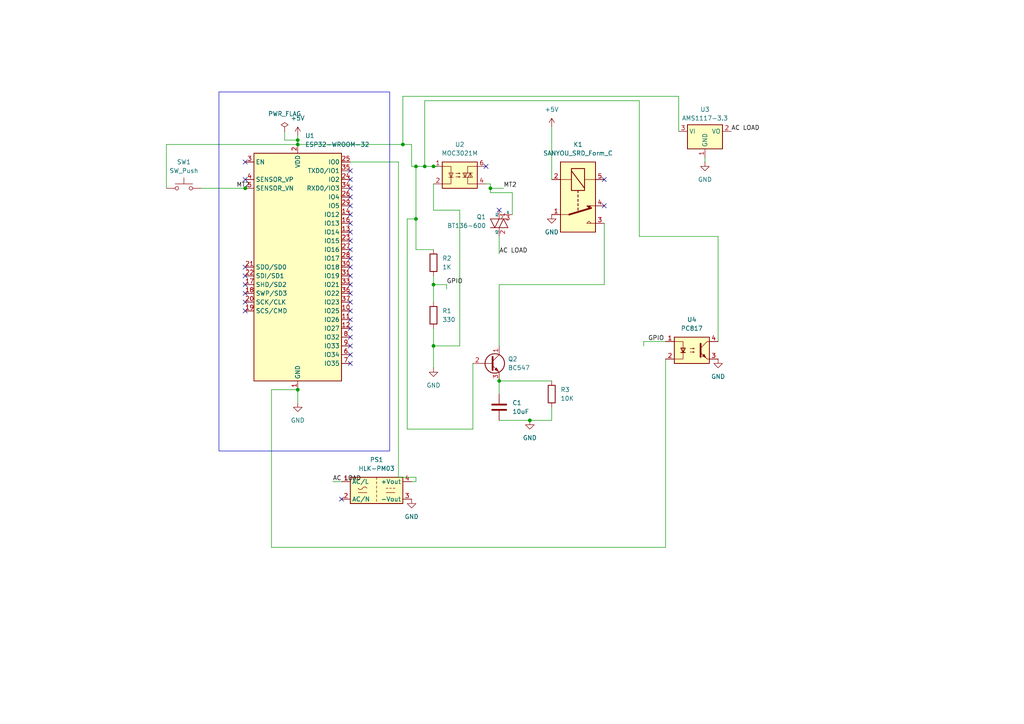
<source format=kicad_sch>
(kicad_sch
	(version 20250114)
	(generator "eeschema")
	(generator_version "9.0")
	(uuid "64d1d92b-8ae4-4b55-a595-c1167e994039")
	(paper "A4")
	(lib_symbols
		(symbol "Converter_ACDC:HLK-PM03"
			(exclude_from_sim no)
			(in_bom yes)
			(on_board yes)
			(property "Reference" "PS"
				(at 0 5.08 0)
				(effects
					(font
						(size 1.27 1.27)
					)
				)
			)
			(property "Value" "HLK-PM03"
				(at 0 -5.08 0)
				(effects
					(font
						(size 1.27 1.27)
					)
				)
			)
			(property "Footprint" "Converter_ACDC:Converter_ACDC_Hi-Link_HLK-PMxx"
				(at 0 -7.62 0)
				(effects
					(font
						(size 1.27 1.27)
					)
					(hide yes)
				)
			)
			(property "Datasheet" "https://h.hlktech.com/download/ACDC%E7%94%B5%E6%BA%90%E6%A8%A1%E5%9D%973W%E7%B3%BB%E5%88%97/1/%E6%B5%B7%E5%87%8C%E7%A7%913W%E7%B3%BB%E5%88%97%E7%94%B5%E6%BA%90%E6%A8%A1%E5%9D%97%E8%A7%84%E6%A0%BC%E4%B9%A6V2.8.pdf"
				(at 10.16 -8.89 0)
				(effects
					(font
						(size 1.27 1.27)
					)
					(hide yes)
				)
			)
			(property "Description" "Compact AC/DC board mount power module 3W 3V3"
				(at 0 0 0)
				(effects
					(font
						(size 1.27 1.27)
					)
					(hide yes)
				)
			)
			(property "ki_keywords" "AC/DC module power supply"
				(at 0 0 0)
				(effects
					(font
						(size 1.27 1.27)
					)
					(hide yes)
				)
			)
			(property "ki_fp_filters" "Converter*ACDC*Hi?Link*HLK?PM*"
				(at 0 0 0)
				(effects
					(font
						(size 1.27 1.27)
					)
					(hide yes)
				)
			)
			(symbol "HLK-PM03_0_1"
				(rectangle
					(start -7.62 3.81)
					(end 7.62 -3.81)
					(stroke
						(width 0.254)
						(type default)
					)
					(fill
						(type background)
					)
				)
				(polyline
					(pts
						(xy -5.334 -0.635) (xy -2.794 -0.635)
					)
					(stroke
						(width 0)
						(type default)
					)
					(fill
						(type none)
					)
				)
				(arc
					(start -4.064 0.635)
					(mid -4.699 0.2495)
					(end -5.334 0.635)
					(stroke
						(width 0)
						(type default)
					)
					(fill
						(type none)
					)
				)
				(arc
					(start -4.064 0.635)
					(mid -3.429 1.0072)
					(end -2.794 0.635)
					(stroke
						(width 0)
						(type default)
					)
					(fill
						(type none)
					)
				)
				(polyline
					(pts
						(xy 0 3.81) (xy 0 3.175)
					)
					(stroke
						(width 0)
						(type default)
					)
					(fill
						(type none)
					)
				)
				(polyline
					(pts
						(xy 0 2.54) (xy 0 1.905)
					)
					(stroke
						(width 0)
						(type default)
					)
					(fill
						(type none)
					)
				)
				(polyline
					(pts
						(xy 0 1.27) (xy 0 0.635)
					)
					(stroke
						(width 0)
						(type default)
					)
					(fill
						(type none)
					)
				)
				(polyline
					(pts
						(xy 0 0) (xy 0 -0.635)
					)
					(stroke
						(width 0)
						(type default)
					)
					(fill
						(type none)
					)
				)
				(polyline
					(pts
						(xy 0 -1.27) (xy 0 -1.905)
					)
					(stroke
						(width 0)
						(type default)
					)
					(fill
						(type none)
					)
				)
				(polyline
					(pts
						(xy 0 -2.54) (xy 0 -3.175)
					)
					(stroke
						(width 0)
						(type default)
					)
					(fill
						(type none)
					)
				)
				(polyline
					(pts
						(xy 2.794 0.635) (xy 3.302 0.635)
					)
					(stroke
						(width 0)
						(type default)
					)
					(fill
						(type none)
					)
				)
				(polyline
					(pts
						(xy 2.794 -0.635) (xy 5.334 -0.635)
					)
					(stroke
						(width 0)
						(type default)
					)
					(fill
						(type none)
					)
				)
				(polyline
					(pts
						(xy 3.81 0.635) (xy 4.318 0.635)
					)
					(stroke
						(width 0)
						(type default)
					)
					(fill
						(type none)
					)
				)
				(polyline
					(pts
						(xy 4.826 0.635) (xy 5.334 0.635)
					)
					(stroke
						(width 0)
						(type default)
					)
					(fill
						(type none)
					)
				)
			)
			(symbol "HLK-PM03_1_1"
				(pin power_in line
					(at -10.16 2.54 0)
					(length 2.54)
					(name "AC/L"
						(effects
							(font
								(size 1.27 1.27)
							)
						)
					)
					(number "1"
						(effects
							(font
								(size 1.27 1.27)
							)
						)
					)
				)
				(pin power_in line
					(at -10.16 -2.54 0)
					(length 2.54)
					(name "AC/N"
						(effects
							(font
								(size 1.27 1.27)
							)
						)
					)
					(number "2"
						(effects
							(font
								(size 1.27 1.27)
							)
						)
					)
				)
				(pin power_out line
					(at 10.16 2.54 180)
					(length 2.54)
					(name "+Vout"
						(effects
							(font
								(size 1.27 1.27)
							)
						)
					)
					(number "4"
						(effects
							(font
								(size 1.27 1.27)
							)
						)
					)
				)
				(pin power_out line
					(at 10.16 -2.54 180)
					(length 2.54)
					(name "-Vout"
						(effects
							(font
								(size 1.27 1.27)
							)
						)
					)
					(number "3"
						(effects
							(font
								(size 1.27 1.27)
							)
						)
					)
				)
			)
			(embedded_fonts no)
		)
		(symbol "Device:C"
			(pin_numbers
				(hide yes)
			)
			(pin_names
				(offset 0.254)
			)
			(exclude_from_sim no)
			(in_bom yes)
			(on_board yes)
			(property "Reference" "C"
				(at 0.635 2.54 0)
				(effects
					(font
						(size 1.27 1.27)
					)
					(justify left)
				)
			)
			(property "Value" "C"
				(at 0.635 -2.54 0)
				(effects
					(font
						(size 1.27 1.27)
					)
					(justify left)
				)
			)
			(property "Footprint" ""
				(at 0.9652 -3.81 0)
				(effects
					(font
						(size 1.27 1.27)
					)
					(hide yes)
				)
			)
			(property "Datasheet" "~"
				(at 0 0 0)
				(effects
					(font
						(size 1.27 1.27)
					)
					(hide yes)
				)
			)
			(property "Description" "Unpolarized capacitor"
				(at 0 0 0)
				(effects
					(font
						(size 1.27 1.27)
					)
					(hide yes)
				)
			)
			(property "ki_keywords" "cap capacitor"
				(at 0 0 0)
				(effects
					(font
						(size 1.27 1.27)
					)
					(hide yes)
				)
			)
			(property "ki_fp_filters" "C_*"
				(at 0 0 0)
				(effects
					(font
						(size 1.27 1.27)
					)
					(hide yes)
				)
			)
			(symbol "C_0_1"
				(polyline
					(pts
						(xy -2.032 0.762) (xy 2.032 0.762)
					)
					(stroke
						(width 0.508)
						(type default)
					)
					(fill
						(type none)
					)
				)
				(polyline
					(pts
						(xy -2.032 -0.762) (xy 2.032 -0.762)
					)
					(stroke
						(width 0.508)
						(type default)
					)
					(fill
						(type none)
					)
				)
			)
			(symbol "C_1_1"
				(pin passive line
					(at 0 3.81 270)
					(length 2.794)
					(name "~"
						(effects
							(font
								(size 1.27 1.27)
							)
						)
					)
					(number "1"
						(effects
							(font
								(size 1.27 1.27)
							)
						)
					)
				)
				(pin passive line
					(at 0 -3.81 90)
					(length 2.794)
					(name "~"
						(effects
							(font
								(size 1.27 1.27)
							)
						)
					)
					(number "2"
						(effects
							(font
								(size 1.27 1.27)
							)
						)
					)
				)
			)
			(embedded_fonts no)
		)
		(symbol "Device:R"
			(pin_numbers
				(hide yes)
			)
			(pin_names
				(offset 0)
			)
			(exclude_from_sim no)
			(in_bom yes)
			(on_board yes)
			(property "Reference" "R"
				(at 2.032 0 90)
				(effects
					(font
						(size 1.27 1.27)
					)
				)
			)
			(property "Value" "R"
				(at 0 0 90)
				(effects
					(font
						(size 1.27 1.27)
					)
				)
			)
			(property "Footprint" ""
				(at -1.778 0 90)
				(effects
					(font
						(size 1.27 1.27)
					)
					(hide yes)
				)
			)
			(property "Datasheet" "~"
				(at 0 0 0)
				(effects
					(font
						(size 1.27 1.27)
					)
					(hide yes)
				)
			)
			(property "Description" "Resistor"
				(at 0 0 0)
				(effects
					(font
						(size 1.27 1.27)
					)
					(hide yes)
				)
			)
			(property "ki_keywords" "R res resistor"
				(at 0 0 0)
				(effects
					(font
						(size 1.27 1.27)
					)
					(hide yes)
				)
			)
			(property "ki_fp_filters" "R_*"
				(at 0 0 0)
				(effects
					(font
						(size 1.27 1.27)
					)
					(hide yes)
				)
			)
			(symbol "R_0_1"
				(rectangle
					(start -1.016 -2.54)
					(end 1.016 2.54)
					(stroke
						(width 0.254)
						(type default)
					)
					(fill
						(type none)
					)
				)
			)
			(symbol "R_1_1"
				(pin passive line
					(at 0 3.81 270)
					(length 1.27)
					(name "~"
						(effects
							(font
								(size 1.27 1.27)
							)
						)
					)
					(number "1"
						(effects
							(font
								(size 1.27 1.27)
							)
						)
					)
				)
				(pin passive line
					(at 0 -3.81 90)
					(length 1.27)
					(name "~"
						(effects
							(font
								(size 1.27 1.27)
							)
						)
					)
					(number "2"
						(effects
							(font
								(size 1.27 1.27)
							)
						)
					)
				)
			)
			(embedded_fonts no)
		)
		(symbol "Isolator:PC817"
			(pin_names
				(offset 1.016)
			)
			(exclude_from_sim no)
			(in_bom yes)
			(on_board yes)
			(property "Reference" "U"
				(at -5.08 5.08 0)
				(effects
					(font
						(size 1.27 1.27)
					)
					(justify left)
				)
			)
			(property "Value" "PC817"
				(at 0 5.08 0)
				(effects
					(font
						(size 1.27 1.27)
					)
					(justify left)
				)
			)
			(property "Footprint" "Package_DIP:DIP-4_W7.62mm"
				(at -5.08 -5.08 0)
				(effects
					(font
						(size 1.27 1.27)
						(italic yes)
					)
					(justify left)
					(hide yes)
				)
			)
			(property "Datasheet" "http://www.soselectronic.cz/a_info/resource/d/pc817.pdf"
				(at 0 0 0)
				(effects
					(font
						(size 1.27 1.27)
					)
					(justify left)
					(hide yes)
				)
			)
			(property "Description" "DC Optocoupler, Vce 35V, CTR 50-300%, DIP-4"
				(at 0 0 0)
				(effects
					(font
						(size 1.27 1.27)
					)
					(hide yes)
				)
			)
			(property "ki_keywords" "NPN DC Optocoupler"
				(at 0 0 0)
				(effects
					(font
						(size 1.27 1.27)
					)
					(hide yes)
				)
			)
			(property "ki_fp_filters" "DIP*W7.62mm*"
				(at 0 0 0)
				(effects
					(font
						(size 1.27 1.27)
					)
					(hide yes)
				)
			)
			(symbol "PC817_0_1"
				(rectangle
					(start -5.08 3.81)
					(end 5.08 -3.81)
					(stroke
						(width 0.254)
						(type default)
					)
					(fill
						(type background)
					)
				)
				(polyline
					(pts
						(xy -5.08 2.54) (xy -2.54 2.54) (xy -2.54 -0.635)
					)
					(stroke
						(width 0)
						(type default)
					)
					(fill
						(type none)
					)
				)
				(polyline
					(pts
						(xy -3.175 -0.635) (xy -1.905 -0.635)
					)
					(stroke
						(width 0.254)
						(type default)
					)
					(fill
						(type none)
					)
				)
				(polyline
					(pts
						(xy -2.54 -0.635) (xy -2.54 -2.54) (xy -5.08 -2.54)
					)
					(stroke
						(width 0)
						(type default)
					)
					(fill
						(type none)
					)
				)
				(polyline
					(pts
						(xy -2.54 -0.635) (xy -3.175 0.635) (xy -1.905 0.635) (xy -2.54 -0.635)
					)
					(stroke
						(width 0.254)
						(type default)
					)
					(fill
						(type none)
					)
				)
				(polyline
					(pts
						(xy -0.508 0.508) (xy 0.762 0.508) (xy 0.381 0.381) (xy 0.381 0.635) (xy 0.762 0.508)
					)
					(stroke
						(width 0)
						(type default)
					)
					(fill
						(type none)
					)
				)
				(polyline
					(pts
						(xy -0.508 -0.508) (xy 0.762 -0.508) (xy 0.381 -0.635) (xy 0.381 -0.381) (xy 0.762 -0.508)
					)
					(stroke
						(width 0)
						(type default)
					)
					(fill
						(type none)
					)
				)
				(polyline
					(pts
						(xy 2.54 1.905) (xy 2.54 -1.905) (xy 2.54 -1.905)
					)
					(stroke
						(width 0.508)
						(type default)
					)
					(fill
						(type none)
					)
				)
				(polyline
					(pts
						(xy 2.54 0.635) (xy 4.445 2.54)
					)
					(stroke
						(width 0)
						(type default)
					)
					(fill
						(type none)
					)
				)
				(polyline
					(pts
						(xy 3.048 -1.651) (xy 3.556 -1.143) (xy 4.064 -2.159) (xy 3.048 -1.651) (xy 3.048 -1.651)
					)
					(stroke
						(width 0)
						(type default)
					)
					(fill
						(type outline)
					)
				)
				(polyline
					(pts
						(xy 4.445 2.54) (xy 5.08 2.54)
					)
					(stroke
						(width 0)
						(type default)
					)
					(fill
						(type none)
					)
				)
				(polyline
					(pts
						(xy 4.445 -2.54) (xy 2.54 -0.635)
					)
					(stroke
						(width 0)
						(type default)
					)
					(fill
						(type outline)
					)
				)
				(polyline
					(pts
						(xy 4.445 -2.54) (xy 5.08 -2.54)
					)
					(stroke
						(width 0)
						(type default)
					)
					(fill
						(type none)
					)
				)
			)
			(symbol "PC817_1_1"
				(pin passive line
					(at -7.62 2.54 0)
					(length 2.54)
					(name "~"
						(effects
							(font
								(size 1.27 1.27)
							)
						)
					)
					(number "1"
						(effects
							(font
								(size 1.27 1.27)
							)
						)
					)
				)
				(pin passive line
					(at -7.62 -2.54 0)
					(length 2.54)
					(name "~"
						(effects
							(font
								(size 1.27 1.27)
							)
						)
					)
					(number "2"
						(effects
							(font
								(size 1.27 1.27)
							)
						)
					)
				)
				(pin passive line
					(at 7.62 2.54 180)
					(length 2.54)
					(name "~"
						(effects
							(font
								(size 1.27 1.27)
							)
						)
					)
					(number "4"
						(effects
							(font
								(size 1.27 1.27)
							)
						)
					)
				)
				(pin passive line
					(at 7.62 -2.54 180)
					(length 2.54)
					(name "~"
						(effects
							(font
								(size 1.27 1.27)
							)
						)
					)
					(number "3"
						(effects
							(font
								(size 1.27 1.27)
							)
						)
					)
				)
			)
			(embedded_fonts no)
		)
		(symbol "RF_Module:ESP32-WROOM-32"
			(exclude_from_sim no)
			(in_bom yes)
			(on_board yes)
			(property "Reference" "U"
				(at -12.7 34.29 0)
				(effects
					(font
						(size 1.27 1.27)
					)
					(justify left)
				)
			)
			(property "Value" "ESP32-WROOM-32"
				(at 1.27 34.29 0)
				(effects
					(font
						(size 1.27 1.27)
					)
					(justify left)
				)
			)
			(property "Footprint" "RF_Module:ESP32-WROOM-32"
				(at 0 -38.1 0)
				(effects
					(font
						(size 1.27 1.27)
					)
					(hide yes)
				)
			)
			(property "Datasheet" "https://www.espressif.com/sites/default/files/documentation/esp32-wroom-32_datasheet_en.pdf"
				(at -7.62 1.27 0)
				(effects
					(font
						(size 1.27 1.27)
					)
					(hide yes)
				)
			)
			(property "Description" "RF Module, ESP32-D0WDQ6 SoC, Wi-Fi 802.11b/g/n, Bluetooth, BLE, 32-bit, 2.7-3.6V, onboard antenna, SMD"
				(at 0 0 0)
				(effects
					(font
						(size 1.27 1.27)
					)
					(hide yes)
				)
			)
			(property "ki_keywords" "RF Radio BT ESP ESP32 Espressif onboard PCB antenna"
				(at 0 0 0)
				(effects
					(font
						(size 1.27 1.27)
					)
					(hide yes)
				)
			)
			(property "ki_fp_filters" "ESP32?WROOM?32*"
				(at 0 0 0)
				(effects
					(font
						(size 1.27 1.27)
					)
					(hide yes)
				)
			)
			(symbol "ESP32-WROOM-32_0_1"
				(rectangle
					(start -12.7 33.02)
					(end 12.7 -33.02)
					(stroke
						(width 0.254)
						(type default)
					)
					(fill
						(type background)
					)
				)
			)
			(symbol "ESP32-WROOM-32_1_1"
				(pin input line
					(at -15.24 30.48 0)
					(length 2.54)
					(name "EN"
						(effects
							(font
								(size 1.27 1.27)
							)
						)
					)
					(number "3"
						(effects
							(font
								(size 1.27 1.27)
							)
						)
					)
				)
				(pin input line
					(at -15.24 25.4 0)
					(length 2.54)
					(name "SENSOR_VP"
						(effects
							(font
								(size 1.27 1.27)
							)
						)
					)
					(number "4"
						(effects
							(font
								(size 1.27 1.27)
							)
						)
					)
				)
				(pin input line
					(at -15.24 22.86 0)
					(length 2.54)
					(name "SENSOR_VN"
						(effects
							(font
								(size 1.27 1.27)
							)
						)
					)
					(number "5"
						(effects
							(font
								(size 1.27 1.27)
							)
						)
					)
				)
				(pin bidirectional line
					(at -15.24 0 0)
					(length 2.54)
					(name "SDO/SD0"
						(effects
							(font
								(size 1.27 1.27)
							)
						)
					)
					(number "21"
						(effects
							(font
								(size 1.27 1.27)
							)
						)
					)
				)
				(pin bidirectional line
					(at -15.24 -2.54 0)
					(length 2.54)
					(name "SDI/SD1"
						(effects
							(font
								(size 1.27 1.27)
							)
						)
					)
					(number "22"
						(effects
							(font
								(size 1.27 1.27)
							)
						)
					)
				)
				(pin bidirectional line
					(at -15.24 -5.08 0)
					(length 2.54)
					(name "SHD/SD2"
						(effects
							(font
								(size 1.27 1.27)
							)
						)
					)
					(number "17"
						(effects
							(font
								(size 1.27 1.27)
							)
						)
					)
				)
				(pin bidirectional line
					(at -15.24 -7.62 0)
					(length 2.54)
					(name "SWP/SD3"
						(effects
							(font
								(size 1.27 1.27)
							)
						)
					)
					(number "18"
						(effects
							(font
								(size 1.27 1.27)
							)
						)
					)
				)
				(pin bidirectional line
					(at -15.24 -10.16 0)
					(length 2.54)
					(name "SCK/CLK"
						(effects
							(font
								(size 1.27 1.27)
							)
						)
					)
					(number "20"
						(effects
							(font
								(size 1.27 1.27)
							)
						)
					)
				)
				(pin bidirectional line
					(at -15.24 -12.7 0)
					(length 2.54)
					(name "SCS/CMD"
						(effects
							(font
								(size 1.27 1.27)
							)
						)
					)
					(number "19"
						(effects
							(font
								(size 1.27 1.27)
							)
						)
					)
				)
				(pin no_connect line
					(at -12.7 -27.94 0)
					(length 2.54)
					(hide yes)
					(name "NC"
						(effects
							(font
								(size 1.27 1.27)
							)
						)
					)
					(number "32"
						(effects
							(font
								(size 1.27 1.27)
							)
						)
					)
				)
				(pin power_in line
					(at 0 35.56 270)
					(length 2.54)
					(name "VDD"
						(effects
							(font
								(size 1.27 1.27)
							)
						)
					)
					(number "2"
						(effects
							(font
								(size 1.27 1.27)
							)
						)
					)
				)
				(pin power_in line
					(at 0 -35.56 90)
					(length 2.54)
					(name "GND"
						(effects
							(font
								(size 1.27 1.27)
							)
						)
					)
					(number "1"
						(effects
							(font
								(size 1.27 1.27)
							)
						)
					)
				)
				(pin passive line
					(at 0 -35.56 90)
					(length 2.54)
					(hide yes)
					(name "GND"
						(effects
							(font
								(size 1.27 1.27)
							)
						)
					)
					(number "15"
						(effects
							(font
								(size 1.27 1.27)
							)
						)
					)
				)
				(pin passive line
					(at 0 -35.56 90)
					(length 2.54)
					(hide yes)
					(name "GND"
						(effects
							(font
								(size 1.27 1.27)
							)
						)
					)
					(number "38"
						(effects
							(font
								(size 1.27 1.27)
							)
						)
					)
				)
				(pin passive line
					(at 0 -35.56 90)
					(length 2.54)
					(hide yes)
					(name "GND"
						(effects
							(font
								(size 1.27 1.27)
							)
						)
					)
					(number "39"
						(effects
							(font
								(size 1.27 1.27)
							)
						)
					)
				)
				(pin bidirectional line
					(at 15.24 30.48 180)
					(length 2.54)
					(name "IO0"
						(effects
							(font
								(size 1.27 1.27)
							)
						)
					)
					(number "25"
						(effects
							(font
								(size 1.27 1.27)
							)
						)
					)
				)
				(pin bidirectional line
					(at 15.24 27.94 180)
					(length 2.54)
					(name "TXD0/IO1"
						(effects
							(font
								(size 1.27 1.27)
							)
						)
					)
					(number "35"
						(effects
							(font
								(size 1.27 1.27)
							)
						)
					)
				)
				(pin bidirectional line
					(at 15.24 25.4 180)
					(length 2.54)
					(name "IO2"
						(effects
							(font
								(size 1.27 1.27)
							)
						)
					)
					(number "24"
						(effects
							(font
								(size 1.27 1.27)
							)
						)
					)
				)
				(pin bidirectional line
					(at 15.24 22.86 180)
					(length 2.54)
					(name "RXD0/IO3"
						(effects
							(font
								(size 1.27 1.27)
							)
						)
					)
					(number "34"
						(effects
							(font
								(size 1.27 1.27)
							)
						)
					)
				)
				(pin bidirectional line
					(at 15.24 20.32 180)
					(length 2.54)
					(name "IO4"
						(effects
							(font
								(size 1.27 1.27)
							)
						)
					)
					(number "26"
						(effects
							(font
								(size 1.27 1.27)
							)
						)
					)
				)
				(pin bidirectional line
					(at 15.24 17.78 180)
					(length 2.54)
					(name "IO5"
						(effects
							(font
								(size 1.27 1.27)
							)
						)
					)
					(number "29"
						(effects
							(font
								(size 1.27 1.27)
							)
						)
					)
				)
				(pin bidirectional line
					(at 15.24 15.24 180)
					(length 2.54)
					(name "IO12"
						(effects
							(font
								(size 1.27 1.27)
							)
						)
					)
					(number "14"
						(effects
							(font
								(size 1.27 1.27)
							)
						)
					)
				)
				(pin bidirectional line
					(at 15.24 12.7 180)
					(length 2.54)
					(name "IO13"
						(effects
							(font
								(size 1.27 1.27)
							)
						)
					)
					(number "16"
						(effects
							(font
								(size 1.27 1.27)
							)
						)
					)
				)
				(pin bidirectional line
					(at 15.24 10.16 180)
					(length 2.54)
					(name "IO14"
						(effects
							(font
								(size 1.27 1.27)
							)
						)
					)
					(number "13"
						(effects
							(font
								(size 1.27 1.27)
							)
						)
					)
				)
				(pin bidirectional line
					(at 15.24 7.62 180)
					(length 2.54)
					(name "IO15"
						(effects
							(font
								(size 1.27 1.27)
							)
						)
					)
					(number "23"
						(effects
							(font
								(size 1.27 1.27)
							)
						)
					)
				)
				(pin bidirectional line
					(at 15.24 5.08 180)
					(length 2.54)
					(name "IO16"
						(effects
							(font
								(size 1.27 1.27)
							)
						)
					)
					(number "27"
						(effects
							(font
								(size 1.27 1.27)
							)
						)
					)
				)
				(pin bidirectional line
					(at 15.24 2.54 180)
					(length 2.54)
					(name "IO17"
						(effects
							(font
								(size 1.27 1.27)
							)
						)
					)
					(number "28"
						(effects
							(font
								(size 1.27 1.27)
							)
						)
					)
				)
				(pin bidirectional line
					(at 15.24 0 180)
					(length 2.54)
					(name "IO18"
						(effects
							(font
								(size 1.27 1.27)
							)
						)
					)
					(number "30"
						(effects
							(font
								(size 1.27 1.27)
							)
						)
					)
				)
				(pin bidirectional line
					(at 15.24 -2.54 180)
					(length 2.54)
					(name "IO19"
						(effects
							(font
								(size 1.27 1.27)
							)
						)
					)
					(number "31"
						(effects
							(font
								(size 1.27 1.27)
							)
						)
					)
				)
				(pin bidirectional line
					(at 15.24 -5.08 180)
					(length 2.54)
					(name "IO21"
						(effects
							(font
								(size 1.27 1.27)
							)
						)
					)
					(number "33"
						(effects
							(font
								(size 1.27 1.27)
							)
						)
					)
				)
				(pin bidirectional line
					(at 15.24 -7.62 180)
					(length 2.54)
					(name "IO22"
						(effects
							(font
								(size 1.27 1.27)
							)
						)
					)
					(number "36"
						(effects
							(font
								(size 1.27 1.27)
							)
						)
					)
				)
				(pin bidirectional line
					(at 15.24 -10.16 180)
					(length 2.54)
					(name "IO23"
						(effects
							(font
								(size 1.27 1.27)
							)
						)
					)
					(number "37"
						(effects
							(font
								(size 1.27 1.27)
							)
						)
					)
				)
				(pin bidirectional line
					(at 15.24 -12.7 180)
					(length 2.54)
					(name "IO25"
						(effects
							(font
								(size 1.27 1.27)
							)
						)
					)
					(number "10"
						(effects
							(font
								(size 1.27 1.27)
							)
						)
					)
				)
				(pin bidirectional line
					(at 15.24 -15.24 180)
					(length 2.54)
					(name "IO26"
						(effects
							(font
								(size 1.27 1.27)
							)
						)
					)
					(number "11"
						(effects
							(font
								(size 1.27 1.27)
							)
						)
					)
				)
				(pin bidirectional line
					(at 15.24 -17.78 180)
					(length 2.54)
					(name "IO27"
						(effects
							(font
								(size 1.27 1.27)
							)
						)
					)
					(number "12"
						(effects
							(font
								(size 1.27 1.27)
							)
						)
					)
				)
				(pin bidirectional line
					(at 15.24 -20.32 180)
					(length 2.54)
					(name "IO32"
						(effects
							(font
								(size 1.27 1.27)
							)
						)
					)
					(number "8"
						(effects
							(font
								(size 1.27 1.27)
							)
						)
					)
				)
				(pin bidirectional line
					(at 15.24 -22.86 180)
					(length 2.54)
					(name "IO33"
						(effects
							(font
								(size 1.27 1.27)
							)
						)
					)
					(number "9"
						(effects
							(font
								(size 1.27 1.27)
							)
						)
					)
				)
				(pin input line
					(at 15.24 -25.4 180)
					(length 2.54)
					(name "IO34"
						(effects
							(font
								(size 1.27 1.27)
							)
						)
					)
					(number "6"
						(effects
							(font
								(size 1.27 1.27)
							)
						)
					)
				)
				(pin input line
					(at 15.24 -27.94 180)
					(length 2.54)
					(name "IO35"
						(effects
							(font
								(size 1.27 1.27)
							)
						)
					)
					(number "7"
						(effects
							(font
								(size 1.27 1.27)
							)
						)
					)
				)
			)
			(embedded_fonts no)
		)
		(symbol "Regulator_Linear:AMS1117-3.3"
			(exclude_from_sim no)
			(in_bom yes)
			(on_board yes)
			(property "Reference" "U"
				(at -3.81 3.175 0)
				(effects
					(font
						(size 1.27 1.27)
					)
				)
			)
			(property "Value" "AMS1117-3.3"
				(at 0 3.175 0)
				(effects
					(font
						(size 1.27 1.27)
					)
					(justify left)
				)
			)
			(property "Footprint" "Package_TO_SOT_SMD:SOT-223-3_TabPin2"
				(at 0 5.08 0)
				(effects
					(font
						(size 1.27 1.27)
					)
					(hide yes)
				)
			)
			(property "Datasheet" "http://www.advanced-monolithic.com/pdf/ds1117.pdf"
				(at 2.54 -6.35 0)
				(effects
					(font
						(size 1.27 1.27)
					)
					(hide yes)
				)
			)
			(property "Description" "1A Low Dropout regulator, positive, 3.3V fixed output, SOT-223"
				(at 0 0 0)
				(effects
					(font
						(size 1.27 1.27)
					)
					(hide yes)
				)
			)
			(property "ki_keywords" "linear regulator ldo fixed positive"
				(at 0 0 0)
				(effects
					(font
						(size 1.27 1.27)
					)
					(hide yes)
				)
			)
			(property "ki_fp_filters" "SOT?223*TabPin2*"
				(at 0 0 0)
				(effects
					(font
						(size 1.27 1.27)
					)
					(hide yes)
				)
			)
			(symbol "AMS1117-3.3_0_1"
				(rectangle
					(start -5.08 -5.08)
					(end 5.08 1.905)
					(stroke
						(width 0.254)
						(type default)
					)
					(fill
						(type background)
					)
				)
			)
			(symbol "AMS1117-3.3_1_1"
				(pin power_in line
					(at -7.62 0 0)
					(length 2.54)
					(name "VI"
						(effects
							(font
								(size 1.27 1.27)
							)
						)
					)
					(number "3"
						(effects
							(font
								(size 1.27 1.27)
							)
						)
					)
				)
				(pin power_in line
					(at 0 -7.62 90)
					(length 2.54)
					(name "GND"
						(effects
							(font
								(size 1.27 1.27)
							)
						)
					)
					(number "1"
						(effects
							(font
								(size 1.27 1.27)
							)
						)
					)
				)
				(pin power_out line
					(at 7.62 0 180)
					(length 2.54)
					(name "VO"
						(effects
							(font
								(size 1.27 1.27)
							)
						)
					)
					(number "2"
						(effects
							(font
								(size 1.27 1.27)
							)
						)
					)
				)
			)
			(embedded_fonts no)
		)
		(symbol "Relay:SANYOU_SRD_Form_C"
			(exclude_from_sim no)
			(in_bom yes)
			(on_board yes)
			(property "Reference" "K"
				(at 11.43 3.81 0)
				(effects
					(font
						(size 1.27 1.27)
					)
					(justify left)
				)
			)
			(property "Value" "SANYOU_SRD_Form_C"
				(at 11.43 1.27 0)
				(effects
					(font
						(size 1.27 1.27)
					)
					(justify left)
				)
			)
			(property "Footprint" "Relay_THT:Relay_SPDT_SANYOU_SRD_Series_Form_C"
				(at 11.43 -1.27 0)
				(effects
					(font
						(size 1.27 1.27)
					)
					(justify left)
					(hide yes)
				)
			)
			(property "Datasheet" "http://www.sanyourelay.ca/public/products/pdf/SRD.pdf"
				(at 0 0 0)
				(effects
					(font
						(size 1.27 1.27)
					)
					(hide yes)
				)
			)
			(property "Description" "Sanyo SRD relay, Single Pole Miniature Power Relay,"
				(at 0 0 0)
				(effects
					(font
						(size 1.27 1.27)
					)
					(hide yes)
				)
			)
			(property "ki_keywords" "Single Pole Relay SPDT"
				(at 0 0 0)
				(effects
					(font
						(size 1.27 1.27)
					)
					(hide yes)
				)
			)
			(property "ki_fp_filters" "Relay*SPDT*SANYOU*SRD*Series*Form*C*"
				(at 0 0 0)
				(effects
					(font
						(size 1.27 1.27)
					)
					(hide yes)
				)
			)
			(symbol "SANYOU_SRD_Form_C_0_0"
				(polyline
					(pts
						(xy 7.62 5.08) (xy 7.62 2.54) (xy 6.985 3.175) (xy 7.62 3.81)
					)
					(stroke
						(width 0)
						(type default)
					)
					(fill
						(type none)
					)
				)
			)
			(symbol "SANYOU_SRD_Form_C_0_1"
				(rectangle
					(start -10.16 5.08)
					(end 10.16 -5.08)
					(stroke
						(width 0.254)
						(type default)
					)
					(fill
						(type background)
					)
				)
				(rectangle
					(start -8.255 1.905)
					(end -1.905 -1.905)
					(stroke
						(width 0.254)
						(type default)
					)
					(fill
						(type none)
					)
				)
				(polyline
					(pts
						(xy -7.62 -1.905) (xy -2.54 1.905)
					)
					(stroke
						(width 0.254)
						(type default)
					)
					(fill
						(type none)
					)
				)
				(polyline
					(pts
						(xy -5.08 5.08) (xy -5.08 1.905)
					)
					(stroke
						(width 0)
						(type default)
					)
					(fill
						(type none)
					)
				)
				(polyline
					(pts
						(xy -5.08 -5.08) (xy -5.08 -1.905)
					)
					(stroke
						(width 0)
						(type default)
					)
					(fill
						(type none)
					)
				)
				(polyline
					(pts
						(xy -1.905 0) (xy -1.27 0)
					)
					(stroke
						(width 0.254)
						(type default)
					)
					(fill
						(type none)
					)
				)
				(polyline
					(pts
						(xy -0.635 0) (xy 0 0)
					)
					(stroke
						(width 0.254)
						(type default)
					)
					(fill
						(type none)
					)
				)
				(polyline
					(pts
						(xy 0.635 0) (xy 1.27 0)
					)
					(stroke
						(width 0.254)
						(type default)
					)
					(fill
						(type none)
					)
				)
				(polyline
					(pts
						(xy 1.905 0) (xy 2.54 0)
					)
					(stroke
						(width 0.254)
						(type default)
					)
					(fill
						(type none)
					)
				)
				(polyline
					(pts
						(xy 3.175 0) (xy 3.81 0)
					)
					(stroke
						(width 0.254)
						(type default)
					)
					(fill
						(type none)
					)
				)
				(polyline
					(pts
						(xy 5.08 -2.54) (xy 3.175 3.81)
					)
					(stroke
						(width 0.508)
						(type default)
					)
					(fill
						(type none)
					)
				)
				(polyline
					(pts
						(xy 5.08 -2.54) (xy 5.08 -5.08)
					)
					(stroke
						(width 0)
						(type default)
					)
					(fill
						(type none)
					)
				)
			)
			(symbol "SANYOU_SRD_Form_C_1_1"
				(polyline
					(pts
						(xy 2.54 3.81) (xy 3.175 3.175) (xy 2.54 2.54) (xy 2.54 5.08)
					)
					(stroke
						(width 0)
						(type default)
					)
					(fill
						(type outline)
					)
				)
				(pin passive line
					(at -5.08 7.62 270)
					(length 2.54)
					(name "~"
						(effects
							(font
								(size 1.27 1.27)
							)
						)
					)
					(number "5"
						(effects
							(font
								(size 1.27 1.27)
							)
						)
					)
				)
				(pin passive line
					(at -5.08 -7.62 90)
					(length 2.54)
					(name "~"
						(effects
							(font
								(size 1.27 1.27)
							)
						)
					)
					(number "2"
						(effects
							(font
								(size 1.27 1.27)
							)
						)
					)
				)
				(pin passive line
					(at 2.54 7.62 270)
					(length 2.54)
					(name "~"
						(effects
							(font
								(size 1.27 1.27)
							)
						)
					)
					(number "4"
						(effects
							(font
								(size 1.27 1.27)
							)
						)
					)
				)
				(pin passive line
					(at 5.08 -7.62 90)
					(length 2.54)
					(name "~"
						(effects
							(font
								(size 1.27 1.27)
							)
						)
					)
					(number "1"
						(effects
							(font
								(size 1.27 1.27)
							)
						)
					)
				)
				(pin passive line
					(at 7.62 7.62 270)
					(length 2.54)
					(name "~"
						(effects
							(font
								(size 1.27 1.27)
							)
						)
					)
					(number "3"
						(effects
							(font
								(size 1.27 1.27)
							)
						)
					)
				)
			)
			(embedded_fonts no)
		)
		(symbol "Relay_SolidState:MOC3021M"
			(exclude_from_sim no)
			(in_bom yes)
			(on_board yes)
			(property "Reference" "U"
				(at -5.334 4.826 0)
				(effects
					(font
						(size 1.27 1.27)
					)
					(justify left)
				)
			)
			(property "Value" "MOC3021M"
				(at 0 5.08 0)
				(effects
					(font
						(size 1.27 1.27)
					)
					(justify left)
				)
			)
			(property "Footprint" ""
				(at -5.08 -5.08 0)
				(effects
					(font
						(size 1.27 1.27)
						(italic yes)
					)
					(justify left)
					(hide yes)
				)
			)
			(property "Datasheet" "https://www.onsemi.com/pub/Collateral/MOC3023M-D.PDF"
				(at 0 0 0)
				(effects
					(font
						(size 1.27 1.27)
					)
					(justify left)
					(hide yes)
				)
			)
			(property "Description" "Random Phase Opto-Triac, Vdrm 400V, Ift 15mA, DIP6"
				(at 0 0 0)
				(effects
					(font
						(size 1.27 1.27)
					)
					(hide yes)
				)
			)
			(property "ki_keywords" "Opto-Triac Opto Triac Random Phase"
				(at 0 0 0)
				(effects
					(font
						(size 1.27 1.27)
					)
					(hide yes)
				)
			)
			(property "ki_fp_filters" "DIP*W7.62mm* SMDIP*W9.53mm* DIP*W10.16mm*"
				(at 0 0 0)
				(effects
					(font
						(size 1.27 1.27)
					)
					(hide yes)
				)
			)
			(symbol "MOC3021M_0_1"
				(rectangle
					(start -5.08 3.81)
					(end 5.08 -3.81)
					(stroke
						(width 0.254)
						(type default)
					)
					(fill
						(type background)
					)
				)
				(polyline
					(pts
						(xy -5.08 2.54) (xy -2.54 2.54) (xy -2.54 -2.54) (xy -5.08 -2.54)
					)
					(stroke
						(width 0)
						(type default)
					)
					(fill
						(type none)
					)
				)
				(polyline
					(pts
						(xy -3.175 -0.635) (xy -1.905 -0.635)
					)
					(stroke
						(width 0)
						(type default)
					)
					(fill
						(type none)
					)
				)
				(polyline
					(pts
						(xy -2.54 -0.635) (xy -3.175 0.635) (xy -1.905 0.635) (xy -2.54 -0.635)
					)
					(stroke
						(width 0)
						(type default)
					)
					(fill
						(type none)
					)
				)
				(polyline
					(pts
						(xy -1.143 0.508) (xy 0.127 0.508) (xy -0.254 0.381) (xy -0.254 0.635) (xy 0.127 0.508)
					)
					(stroke
						(width 0)
						(type default)
					)
					(fill
						(type none)
					)
				)
				(polyline
					(pts
						(xy -1.143 -0.508) (xy 0.127 -0.508) (xy -0.254 -0.635) (xy -0.254 -0.381) (xy 0.127 -0.508)
					)
					(stroke
						(width 0)
						(type default)
					)
					(fill
						(type none)
					)
				)
				(polyline
					(pts
						(xy 0.889 -0.635) (xy 3.683 -0.635) (xy 3.048 0.635) (xy 2.413 -0.635)
					)
					(stroke
						(width 0)
						(type default)
					)
					(fill
						(type none)
					)
				)
				(polyline
					(pts
						(xy 1.524 -0.635) (xy 1.524 0.635)
					)
					(stroke
						(width 0)
						(type default)
					)
					(fill
						(type none)
					)
				)
				(polyline
					(pts
						(xy 2.286 0.635) (xy 2.286 2.54) (xy 5.08 2.54)
					)
					(stroke
						(width 0)
						(type default)
					)
					(fill
						(type none)
					)
				)
				(polyline
					(pts
						(xy 2.286 -0.635) (xy 2.286 -2.54) (xy 5.08 -2.54)
					)
					(stroke
						(width 0)
						(type default)
					)
					(fill
						(type none)
					)
				)
				(polyline
					(pts
						(xy 3.048 0.635) (xy 3.048 -0.635)
					)
					(stroke
						(width 0)
						(type default)
					)
					(fill
						(type none)
					)
				)
				(polyline
					(pts
						(xy 3.683 0.635) (xy 0.889 0.635) (xy 1.524 -0.635) (xy 2.159 0.635)
					)
					(stroke
						(width 0)
						(type default)
					)
					(fill
						(type none)
					)
				)
			)
			(symbol "MOC3021M_1_1"
				(pin passive line
					(at -7.62 2.54 0)
					(length 2.54)
					(name "~"
						(effects
							(font
								(size 1.27 1.27)
							)
						)
					)
					(number "1"
						(effects
							(font
								(size 1.27 1.27)
							)
						)
					)
				)
				(pin passive line
					(at -7.62 -2.54 0)
					(length 2.54)
					(name "~"
						(effects
							(font
								(size 1.27 1.27)
							)
						)
					)
					(number "2"
						(effects
							(font
								(size 1.27 1.27)
							)
						)
					)
				)
				(pin no_connect line
					(at -5.08 0 0)
					(length 2.54)
					(hide yes)
					(name "NC"
						(effects
							(font
								(size 1.27 1.27)
							)
						)
					)
					(number "3"
						(effects
							(font
								(size 1.27 1.27)
							)
						)
					)
				)
				(pin no_connect line
					(at 5.08 0 180)
					(length 2.54)
					(hide yes)
					(name "NC"
						(effects
							(font
								(size 1.27 1.27)
							)
						)
					)
					(number "5"
						(effects
							(font
								(size 1.27 1.27)
							)
						)
					)
				)
				(pin passive line
					(at 7.62 2.54 180)
					(length 2.54)
					(name "~"
						(effects
							(font
								(size 1.27 1.27)
							)
						)
					)
					(number "6"
						(effects
							(font
								(size 1.27 1.27)
							)
						)
					)
				)
				(pin passive line
					(at 7.62 -2.54 180)
					(length 2.54)
					(name "~"
						(effects
							(font
								(size 1.27 1.27)
							)
						)
					)
					(number "4"
						(effects
							(font
								(size 1.27 1.27)
							)
						)
					)
				)
			)
			(embedded_fonts no)
		)
		(symbol "Switch:SW_Push"
			(pin_numbers
				(hide yes)
			)
			(pin_names
				(offset 1.016)
				(hide yes)
			)
			(exclude_from_sim no)
			(in_bom yes)
			(on_board yes)
			(property "Reference" "SW"
				(at 1.27 2.54 0)
				(effects
					(font
						(size 1.27 1.27)
					)
					(justify left)
				)
			)
			(property "Value" "SW_Push"
				(at 0 -1.524 0)
				(effects
					(font
						(size 1.27 1.27)
					)
				)
			)
			(property "Footprint" ""
				(at 0 5.08 0)
				(effects
					(font
						(size 1.27 1.27)
					)
					(hide yes)
				)
			)
			(property "Datasheet" "~"
				(at 0 5.08 0)
				(effects
					(font
						(size 1.27 1.27)
					)
					(hide yes)
				)
			)
			(property "Description" "Push button switch, generic, two pins"
				(at 0 0 0)
				(effects
					(font
						(size 1.27 1.27)
					)
					(hide yes)
				)
			)
			(property "ki_keywords" "switch normally-open pushbutton push-button"
				(at 0 0 0)
				(effects
					(font
						(size 1.27 1.27)
					)
					(hide yes)
				)
			)
			(symbol "SW_Push_0_1"
				(circle
					(center -2.032 0)
					(radius 0.508)
					(stroke
						(width 0)
						(type default)
					)
					(fill
						(type none)
					)
				)
				(polyline
					(pts
						(xy 0 1.27) (xy 0 3.048)
					)
					(stroke
						(width 0)
						(type default)
					)
					(fill
						(type none)
					)
				)
				(circle
					(center 2.032 0)
					(radius 0.508)
					(stroke
						(width 0)
						(type default)
					)
					(fill
						(type none)
					)
				)
				(polyline
					(pts
						(xy 2.54 1.27) (xy -2.54 1.27)
					)
					(stroke
						(width 0)
						(type default)
					)
					(fill
						(type none)
					)
				)
				(pin passive line
					(at -5.08 0 0)
					(length 2.54)
					(name "1"
						(effects
							(font
								(size 1.27 1.27)
							)
						)
					)
					(number "1"
						(effects
							(font
								(size 1.27 1.27)
							)
						)
					)
				)
				(pin passive line
					(at 5.08 0 180)
					(length 2.54)
					(name "2"
						(effects
							(font
								(size 1.27 1.27)
							)
						)
					)
					(number "2"
						(effects
							(font
								(size 1.27 1.27)
							)
						)
					)
				)
			)
			(embedded_fonts no)
		)
		(symbol "Transistor_BJT:BC547"
			(pin_names
				(offset 0)
				(hide yes)
			)
			(exclude_from_sim no)
			(in_bom yes)
			(on_board yes)
			(property "Reference" "Q"
				(at 5.08 1.905 0)
				(effects
					(font
						(size 1.27 1.27)
					)
					(justify left)
				)
			)
			(property "Value" "BC547"
				(at 5.08 0 0)
				(effects
					(font
						(size 1.27 1.27)
					)
					(justify left)
				)
			)
			(property "Footprint" "Package_TO_SOT_THT:TO-92_Inline"
				(at 5.08 -1.905 0)
				(effects
					(font
						(size 1.27 1.27)
						(italic yes)
					)
					(justify left)
					(hide yes)
				)
			)
			(property "Datasheet" "https://www.onsemi.com/pub/Collateral/BC550-D.pdf"
				(at 0 0 0)
				(effects
					(font
						(size 1.27 1.27)
					)
					(justify left)
					(hide yes)
				)
			)
			(property "Description" "0.1A Ic, 45V Vce, Small Signal NPN Transistor, TO-92"
				(at 0 0 0)
				(effects
					(font
						(size 1.27 1.27)
					)
					(hide yes)
				)
			)
			(property "ki_keywords" "NPN Transistor"
				(at 0 0 0)
				(effects
					(font
						(size 1.27 1.27)
					)
					(hide yes)
				)
			)
			(property "ki_fp_filters" "TO?92*"
				(at 0 0 0)
				(effects
					(font
						(size 1.27 1.27)
					)
					(hide yes)
				)
			)
			(symbol "BC547_0_1"
				(polyline
					(pts
						(xy -2.54 0) (xy 0.635 0)
					)
					(stroke
						(width 0)
						(type default)
					)
					(fill
						(type none)
					)
				)
				(polyline
					(pts
						(xy 0.635 1.905) (xy 0.635 -1.905)
					)
					(stroke
						(width 0.508)
						(type default)
					)
					(fill
						(type none)
					)
				)
				(circle
					(center 1.27 0)
					(radius 2.8194)
					(stroke
						(width 0.254)
						(type default)
					)
					(fill
						(type none)
					)
				)
			)
			(symbol "BC547_1_1"
				(polyline
					(pts
						(xy 0.635 0.635) (xy 2.54 2.54)
					)
					(stroke
						(width 0)
						(type default)
					)
					(fill
						(type none)
					)
				)
				(polyline
					(pts
						(xy 0.635 -0.635) (xy 2.54 -2.54)
					)
					(stroke
						(width 0)
						(type default)
					)
					(fill
						(type none)
					)
				)
				(polyline
					(pts
						(xy 1.27 -1.778) (xy 1.778 -1.27) (xy 2.286 -2.286) (xy 1.27 -1.778)
					)
					(stroke
						(width 0)
						(type default)
					)
					(fill
						(type outline)
					)
				)
				(pin input line
					(at -5.08 0 0)
					(length 2.54)
					(name "B"
						(effects
							(font
								(size 1.27 1.27)
							)
						)
					)
					(number "2"
						(effects
							(font
								(size 1.27 1.27)
							)
						)
					)
				)
				(pin passive line
					(at 2.54 5.08 270)
					(length 2.54)
					(name "C"
						(effects
							(font
								(size 1.27 1.27)
							)
						)
					)
					(number "1"
						(effects
							(font
								(size 1.27 1.27)
							)
						)
					)
				)
				(pin passive line
					(at 2.54 -5.08 90)
					(length 2.54)
					(name "E"
						(effects
							(font
								(size 1.27 1.27)
							)
						)
					)
					(number "3"
						(effects
							(font
								(size 1.27 1.27)
							)
						)
					)
				)
			)
			(embedded_fonts no)
		)
		(symbol "Triac_Thyristor:BT136-600"
			(pin_names
				(offset 0)
			)
			(exclude_from_sim no)
			(in_bom yes)
			(on_board yes)
			(property "Reference" "Q"
				(at 5.08 1.905 0)
				(effects
					(font
						(size 1.27 1.27)
					)
					(justify left)
				)
			)
			(property "Value" "BT136-600"
				(at 5.08 0 0)
				(effects
					(font
						(size 1.27 1.27)
					)
					(justify left)
				)
			)
			(property "Footprint" "Package_TO_SOT_THT:TO-220-3_Vertical"
				(at 5.08 -1.905 0)
				(effects
					(font
						(size 1.27 1.27)
						(italic yes)
					)
					(justify left)
					(hide yes)
				)
			)
			(property "Datasheet" "http://www.micropik.com/PDF/BT136-600.pdf"
				(at 0 0 0)
				(effects
					(font
						(size 1.27 1.27)
					)
					(justify left)
					(hide yes)
				)
			)
			(property "Description" "4A RMS, 500V Off-State Voltage, Triac, TO-220"
				(at 0 0 0)
				(effects
					(font
						(size 1.27 1.27)
					)
					(hide yes)
				)
			)
			(property "ki_keywords" "Triac"
				(at 0 0 0)
				(effects
					(font
						(size 1.27 1.27)
					)
					(hide yes)
				)
			)
			(property "ki_fp_filters" "TO?220*"
				(at 0 0 0)
				(effects
					(font
						(size 1.27 1.27)
					)
					(hide yes)
				)
			)
			(symbol "BT136-600_0_1"
				(polyline
					(pts
						(xy -2.54 1.27) (xy 2.54 1.27)
					)
					(stroke
						(width 0.2032)
						(type default)
					)
					(fill
						(type none)
					)
				)
				(polyline
					(pts
						(xy -2.54 1.27) (xy -1.27 -1.27) (xy 0 1.27)
					)
					(stroke
						(width 0.2032)
						(type default)
					)
					(fill
						(type none)
					)
				)
				(polyline
					(pts
						(xy -2.54 -1.27) (xy 2.54 -1.27)
					)
					(stroke
						(width 0.2032)
						(type default)
					)
					(fill
						(type none)
					)
				)
				(polyline
					(pts
						(xy -1.27 -2.54) (xy -0.635 -1.27)
					)
					(stroke
						(width 0)
						(type default)
					)
					(fill
						(type none)
					)
				)
				(polyline
					(pts
						(xy 0 -1.27) (xy 1.27 1.27) (xy 2.54 -1.27)
					)
					(stroke
						(width 0.2032)
						(type default)
					)
					(fill
						(type none)
					)
				)
			)
			(symbol "BT136-600_1_1"
				(pin input line
					(at -3.81 -2.54 0)
					(length 2.54)
					(name "G"
						(effects
							(font
								(size 0.635 0.635)
							)
						)
					)
					(number "3"
						(effects
							(font
								(size 1.27 1.27)
							)
						)
					)
				)
				(pin passive line
					(at 0 3.81 270)
					(length 2.54)
					(name "A2"
						(effects
							(font
								(size 0.635 0.635)
							)
						)
					)
					(number "2"
						(effects
							(font
								(size 1.27 1.27)
							)
						)
					)
				)
				(pin passive line
					(at 0 -3.81 90)
					(length 2.54)
					(name "A1"
						(effects
							(font
								(size 0.635 0.635)
							)
						)
					)
					(number "1"
						(effects
							(font
								(size 1.27 1.27)
							)
						)
					)
				)
			)
			(embedded_fonts no)
		)
		(symbol "power:+5V"
			(power)
			(pin_numbers
				(hide yes)
			)
			(pin_names
				(offset 0)
				(hide yes)
			)
			(exclude_from_sim no)
			(in_bom yes)
			(on_board yes)
			(property "Reference" "#PWR"
				(at 0 -3.81 0)
				(effects
					(font
						(size 1.27 1.27)
					)
					(hide yes)
				)
			)
			(property "Value" "+5V"
				(at 0 3.556 0)
				(effects
					(font
						(size 1.27 1.27)
					)
				)
			)
			(property "Footprint" ""
				(at 0 0 0)
				(effects
					(font
						(size 1.27 1.27)
					)
					(hide yes)
				)
			)
			(property "Datasheet" ""
				(at 0 0 0)
				(effects
					(font
						(size 1.27 1.27)
					)
					(hide yes)
				)
			)
			(property "Description" "Power symbol creates a global label with name \"+5V\""
				(at 0 0 0)
				(effects
					(font
						(size 1.27 1.27)
					)
					(hide yes)
				)
			)
			(property "ki_keywords" "global power"
				(at 0 0 0)
				(effects
					(font
						(size 1.27 1.27)
					)
					(hide yes)
				)
			)
			(symbol "+5V_0_1"
				(polyline
					(pts
						(xy -0.762 1.27) (xy 0 2.54)
					)
					(stroke
						(width 0)
						(type default)
					)
					(fill
						(type none)
					)
				)
				(polyline
					(pts
						(xy 0 2.54) (xy 0.762 1.27)
					)
					(stroke
						(width 0)
						(type default)
					)
					(fill
						(type none)
					)
				)
				(polyline
					(pts
						(xy 0 0) (xy 0 2.54)
					)
					(stroke
						(width 0)
						(type default)
					)
					(fill
						(type none)
					)
				)
			)
			(symbol "+5V_1_1"
				(pin power_in line
					(at 0 0 90)
					(length 0)
					(name "~"
						(effects
							(font
								(size 1.27 1.27)
							)
						)
					)
					(number "1"
						(effects
							(font
								(size 1.27 1.27)
							)
						)
					)
				)
			)
			(embedded_fonts no)
		)
		(symbol "power:GND"
			(power)
			(pin_numbers
				(hide yes)
			)
			(pin_names
				(offset 0)
				(hide yes)
			)
			(exclude_from_sim no)
			(in_bom yes)
			(on_board yes)
			(property "Reference" "#PWR"
				(at 0 -6.35 0)
				(effects
					(font
						(size 1.27 1.27)
					)
					(hide yes)
				)
			)
			(property "Value" "GND"
				(at 0 -3.81 0)
				(effects
					(font
						(size 1.27 1.27)
					)
				)
			)
			(property "Footprint" ""
				(at 0 0 0)
				(effects
					(font
						(size 1.27 1.27)
					)
					(hide yes)
				)
			)
			(property "Datasheet" ""
				(at 0 0 0)
				(effects
					(font
						(size 1.27 1.27)
					)
					(hide yes)
				)
			)
			(property "Description" "Power symbol creates a global label with name \"GND\" , ground"
				(at 0 0 0)
				(effects
					(font
						(size 1.27 1.27)
					)
					(hide yes)
				)
			)
			(property "ki_keywords" "global power"
				(at 0 0 0)
				(effects
					(font
						(size 1.27 1.27)
					)
					(hide yes)
				)
			)
			(symbol "GND_0_1"
				(polyline
					(pts
						(xy 0 0) (xy 0 -1.27) (xy 1.27 -1.27) (xy 0 -2.54) (xy -1.27 -1.27) (xy 0 -1.27)
					)
					(stroke
						(width 0)
						(type default)
					)
					(fill
						(type none)
					)
				)
			)
			(symbol "GND_1_1"
				(pin power_in line
					(at 0 0 270)
					(length 0)
					(name "~"
						(effects
							(font
								(size 1.27 1.27)
							)
						)
					)
					(number "1"
						(effects
							(font
								(size 1.27 1.27)
							)
						)
					)
				)
			)
			(embedded_fonts no)
		)
		(symbol "power:PWR_FLAG"
			(power)
			(pin_numbers
				(hide yes)
			)
			(pin_names
				(offset 0)
				(hide yes)
			)
			(exclude_from_sim no)
			(in_bom yes)
			(on_board yes)
			(property "Reference" "#FLG"
				(at 0 1.905 0)
				(effects
					(font
						(size 1.27 1.27)
					)
					(hide yes)
				)
			)
			(property "Value" "PWR_FLAG"
				(at 0 3.81 0)
				(effects
					(font
						(size 1.27 1.27)
					)
				)
			)
			(property "Footprint" ""
				(at 0 0 0)
				(effects
					(font
						(size 1.27 1.27)
					)
					(hide yes)
				)
			)
			(property "Datasheet" "~"
				(at 0 0 0)
				(effects
					(font
						(size 1.27 1.27)
					)
					(hide yes)
				)
			)
			(property "Description" "Special symbol for telling ERC where power comes from"
				(at 0 0 0)
				(effects
					(font
						(size 1.27 1.27)
					)
					(hide yes)
				)
			)
			(property "ki_keywords" "flag power"
				(at 0 0 0)
				(effects
					(font
						(size 1.27 1.27)
					)
					(hide yes)
				)
			)
			(symbol "PWR_FLAG_0_0"
				(pin power_out line
					(at 0 0 90)
					(length 0)
					(name "~"
						(effects
							(font
								(size 1.27 1.27)
							)
						)
					)
					(number "1"
						(effects
							(font
								(size 1.27 1.27)
							)
						)
					)
				)
			)
			(symbol "PWR_FLAG_0_1"
				(polyline
					(pts
						(xy 0 0) (xy 0 1.27) (xy -1.016 1.905) (xy 0 2.54) (xy 1.016 1.905) (xy 0 1.27)
					)
					(stroke
						(width 0)
						(type default)
					)
					(fill
						(type none)
					)
				)
			)
			(embedded_fonts no)
		)
	)
	(rectangle
		(start 63.5 26.67)
		(end 113.03 130.81)
		(stroke
			(width 0)
			(type default)
		)
		(fill
			(type none)
		)
		(uuid b7301737-ef75-400e-996f-bd2b86cb1ea3)
	)
	(junction
		(at 142.24 54.61)
		(diameter 0)
		(color 0 0 0 0)
		(uuid "055365c9-fa1b-4494-b516-9848976cd7f5")
	)
	(junction
		(at 71.12 54.61)
		(diameter 0)
		(color 0 0 0 0)
		(uuid "099774e2-8955-41aa-b489-9b0ece55f047")
	)
	(junction
		(at 125.73 100.33)
		(diameter 0)
		(color 0 0 0 0)
		(uuid "2f6e92d4-6f3b-4333-9090-bff4740b6a54")
	)
	(junction
		(at 153.67 121.92)
		(diameter 0)
		(color 0 0 0 0)
		(uuid "48b645a7-4daf-4447-98e9-91edb069d0e4")
	)
	(junction
		(at 125.73 48.26)
		(diameter 0)
		(color 0 0 0 0)
		(uuid "4e9396af-cba4-4f95-8692-868413ce5adf")
	)
	(junction
		(at 120.65 48.26)
		(diameter 0)
		(color 0 0 0 0)
		(uuid "5996ae7b-18f2-433a-8099-6c5c0c3c676a")
	)
	(junction
		(at 125.73 82.55)
		(diameter 0)
		(color 0 0 0 0)
		(uuid "5aad141d-a6d9-43fc-927e-6332d37eb42b")
	)
	(junction
		(at 144.78 110.49)
		(diameter 0)
		(color 0 0 0 0)
		(uuid "8abf87bd-4eac-4c6b-8f4e-7e8648c828c6")
	)
	(junction
		(at 123.19 48.26)
		(diameter 0)
		(color 0 0 0 0)
		(uuid "8b8c1865-3534-4853-933c-2ae32bbf6f5f")
	)
	(junction
		(at 120.65 63.5)
		(diameter 0)
		(color 0 0 0 0)
		(uuid "8ef8481d-0b38-4690-a9e1-2d138bbefa9c")
	)
	(junction
		(at 86.36 40.64)
		(diameter 0)
		(color 0 0 0 0)
		(uuid "92271d7d-6e47-4cbb-8037-f0a64c74d9e1")
	)
	(junction
		(at 86.36 113.03)
		(diameter 0)
		(color 0 0 0 0)
		(uuid "b5a9a114-714c-4101-b13e-2233ce21bd1c")
	)
	(junction
		(at 86.36 41.91)
		(diameter 0)
		(color 0 0 0 0)
		(uuid "e1003181-02e9-4838-a6cc-9b35a9962179")
	)
	(junction
		(at 116.84 41.91)
		(diameter 0)
		(color 0 0 0 0)
		(uuid "fbfeb8c6-9971-4828-bc67-b9087907342b")
	)
	(no_connect
		(at 101.6 105.41)
		(uuid "030a1d2b-74f4-49ec-ae36-1807a2a4e3c0")
	)
	(no_connect
		(at 101.6 74.93)
		(uuid "0cc58211-df67-4843-bdfe-d280fca4bf5a")
	)
	(no_connect
		(at 101.6 54.61)
		(uuid "0d73104d-401b-4df0-afdb-50ad7f867fc1")
	)
	(no_connect
		(at 99.06 144.78)
		(uuid "10ed4e8b-4abb-41b0-9b67-3d8f29edda73")
	)
	(no_connect
		(at 71.12 90.17)
		(uuid "1a5a5cdb-3bf5-4a5b-a4dd-477b0dae9196")
	)
	(no_connect
		(at 71.12 80.01)
		(uuid "27b71666-739f-4459-b425-e089ddef3753")
	)
	(no_connect
		(at 101.6 82.55)
		(uuid "2ae069ff-07ed-44b6-992a-1b1d7441b3ea")
	)
	(no_connect
		(at 101.6 57.15)
		(uuid "2c23d53e-692f-43c7-8cb6-a02083d07799")
	)
	(no_connect
		(at 71.12 82.55)
		(uuid "39ae6019-2f9f-4dc9-a990-499c505bde2e")
	)
	(no_connect
		(at 140.97 48.26)
		(uuid "4b56bc8d-8043-4fc0-8357-7edd4ebe4a5d")
	)
	(no_connect
		(at 71.12 85.09)
		(uuid "4dc927bc-741c-45ee-b05f-1e685039c2e0")
	)
	(no_connect
		(at 101.6 100.33)
		(uuid "559e09cb-91fa-41cb-87ff-1014522c9e67")
	)
	(no_connect
		(at 101.6 92.71)
		(uuid "76efb532-be08-47d6-8db8-6ff3ccea21af")
	)
	(no_connect
		(at 175.26 59.69)
		(uuid "7b7f5a43-feff-4623-a7d3-64b1b297081f")
	)
	(no_connect
		(at 101.6 85.09)
		(uuid "81663920-7df9-4439-b46e-453efa958881")
	)
	(no_connect
		(at 71.12 46.99)
		(uuid "8871c98d-3dc5-4d2e-81ad-89d12e713c23")
	)
	(no_connect
		(at 175.26 52.07)
		(uuid "98a5ebea-7729-4561-8e9d-23edb5d41cb6")
	)
	(no_connect
		(at 101.6 59.69)
		(uuid "990d69fb-6bd6-41b2-aaee-f8b3e5d976b6")
	)
	(no_connect
		(at 101.6 67.31)
		(uuid "9c7f4b1e-2357-4e02-8c77-26555ceef4e8")
	)
	(no_connect
		(at 101.6 90.17)
		(uuid "9fdaa147-c960-4eba-8566-736939fb0309")
	)
	(no_connect
		(at 101.6 77.47)
		(uuid "9fe619d6-4c11-4474-915a-a6c6050cc1ea")
	)
	(no_connect
		(at 101.6 102.87)
		(uuid "a2884b13-cf94-4afa-a7ef-e91d2fe8d92b")
	)
	(no_connect
		(at 101.6 95.25)
		(uuid "a32c2e1a-8310-4422-bf00-0b61131f1002")
	)
	(no_connect
		(at 101.6 62.23)
		(uuid "abfbd3bd-a655-4c6d-bee5-85a0cd7ba897")
	)
	(no_connect
		(at 101.6 72.39)
		(uuid "b8fd2a4e-75e7-4e46-996c-25db4df98e4f")
	)
	(no_connect
		(at 71.12 52.07)
		(uuid "be6828d3-6783-4566-957c-451ab6f538d2")
	)
	(no_connect
		(at 101.6 87.63)
		(uuid "bf84289d-c698-4107-b443-e2c68712441d")
	)
	(no_connect
		(at 101.6 97.79)
		(uuid "cc7e36d4-be91-406e-99d4-1399c3d30b10")
	)
	(no_connect
		(at 101.6 80.01)
		(uuid "cff6bd89-4449-4042-a20c-0ef4ce62c0c2")
	)
	(no_connect
		(at 71.12 77.47)
		(uuid "d41520b9-49d4-443f-bdca-cd36209be177")
	)
	(no_connect
		(at 71.12 87.63)
		(uuid "df02cad3-57c3-4a36-b2a6-dfbfb3842f37")
	)
	(no_connect
		(at 101.6 69.85)
		(uuid "e3fa14a2-f5a4-49ee-a6db-edf7bdf397fe")
	)
	(no_connect
		(at 144.78 60.96)
		(uuid "f9d4500e-12ee-42cb-b98c-b4365b103c3d")
	)
	(no_connect
		(at 101.6 49.53)
		(uuid "fcd15778-0867-444e-9dbb-bce82c69ba08")
	)
	(no_connect
		(at 101.6 64.77)
		(uuid "fe4a9d37-739e-4d9e-bf10-aa147dbbccc2")
	)
	(no_connect
		(at 101.6 52.07)
		(uuid "fe76fdd5-d3a9-4e4c-b933-fc7575cc6e4f")
	)
	(wire
		(pts
			(xy 119.38 41.91) (xy 116.84 41.91)
		)
		(stroke
			(width 0)
			(type default)
		)
		(uuid "0088cf22-e7ff-49a2-9fcd-bf38fb883882")
	)
	(wire
		(pts
			(xy 78.74 113.03) (xy 86.36 113.03)
		)
		(stroke
			(width 0)
			(type default)
		)
		(uuid "044eaaee-8ffd-44aa-b12b-700319b3a050")
	)
	(wire
		(pts
			(xy 125.73 60.96) (xy 133.35 60.96)
		)
		(stroke
			(width 0)
			(type default)
		)
		(uuid "09a90049-2025-4652-9a5d-6aa6c397c2e3")
	)
	(wire
		(pts
			(xy 82.55 40.64) (xy 86.36 40.64)
		)
		(stroke
			(width 0)
			(type default)
		)
		(uuid "0bb9e56e-0da9-4559-9152-a13a3fda3ff2")
	)
	(wire
		(pts
			(xy 148.59 62.23) (xy 148.59 55.88)
		)
		(stroke
			(width 0)
			(type default)
		)
		(uuid "0c2c671a-b94a-4877-b4ae-1759a475a91a")
	)
	(wire
		(pts
			(xy 144.78 121.92) (xy 153.67 121.92)
		)
		(stroke
			(width 0)
			(type default)
		)
		(uuid "0c462fce-3e06-4f12-85fd-ff0976192f82")
	)
	(wire
		(pts
			(xy 208.28 68.58) (xy 208.28 99.06)
		)
		(stroke
			(width 0)
			(type default)
		)
		(uuid "0ee8c5c4-d0c4-4e9f-9ca4-ffc887d8eceb")
	)
	(wire
		(pts
			(xy 125.73 95.25) (xy 125.73 100.33)
		)
		(stroke
			(width 0)
			(type default)
		)
		(uuid "0f508a89-df37-4258-bf82-353da47297ee")
	)
	(wire
		(pts
			(xy 153.67 121.92) (xy 160.02 121.92)
		)
		(stroke
			(width 0)
			(type default)
		)
		(uuid "140061fd-dcc5-41a5-9fd7-cf132085b717")
	)
	(wire
		(pts
			(xy 133.35 60.96) (xy 133.35 100.33)
		)
		(stroke
			(width 0)
			(type default)
		)
		(uuid "17a828bf-343f-41fd-a165-dd3d14a738ee")
	)
	(wire
		(pts
			(xy 119.38 48.26) (xy 120.65 48.26)
		)
		(stroke
			(width 0)
			(type default)
		)
		(uuid "1c3d706d-87ba-4f8b-8214-ee21cf04e3b4")
	)
	(wire
		(pts
			(xy 119.38 48.26) (xy 119.38 41.91)
		)
		(stroke
			(width 0)
			(type default)
		)
		(uuid "1dd0e774-8e66-4b0f-b283-d495e55ec6ae")
	)
	(wire
		(pts
			(xy 120.65 63.5) (xy 120.65 72.39)
		)
		(stroke
			(width 0)
			(type default)
		)
		(uuid "2312524d-933e-415e-a924-777e5df4d9a2")
	)
	(wire
		(pts
			(xy 78.74 158.75) (xy 193.04 158.75)
		)
		(stroke
			(width 0)
			(type default)
		)
		(uuid "275d8161-78e1-4840-9215-ca153eb3b80b")
	)
	(wire
		(pts
			(xy 129.54 82.55) (xy 125.73 82.55)
		)
		(stroke
			(width 0)
			(type default)
		)
		(uuid "2b7f4e20-c379-448d-9774-09b55bf0d54b")
	)
	(wire
		(pts
			(xy 193.04 104.14) (xy 193.04 158.75)
		)
		(stroke
			(width 0)
			(type default)
		)
		(uuid "34a6af6f-a6d4-4c65-80a8-83f3d88cb840")
	)
	(wire
		(pts
			(xy 148.59 55.88) (xy 142.24 55.88)
		)
		(stroke
			(width 0)
			(type default)
		)
		(uuid "36acc3e3-8892-4d1c-97cb-08438646a160")
	)
	(wire
		(pts
			(xy 101.6 46.99) (xy 115.57 46.99)
		)
		(stroke
			(width 0)
			(type default)
		)
		(uuid "385aa179-d07c-4cf3-bd3c-a773d1dd3e38")
	)
	(wire
		(pts
			(xy 123.19 48.26) (xy 125.73 48.26)
		)
		(stroke
			(width 0)
			(type default)
		)
		(uuid "3c4e2cc4-0115-4860-a99d-dbc9d529bdf1")
	)
	(wire
		(pts
			(xy 115.57 46.99) (xy 115.57 138.43)
		)
		(stroke
			(width 0)
			(type default)
		)
		(uuid "3fbb0f13-8453-4843-96d7-cc5c1a302137")
	)
	(wire
		(pts
			(xy 196.85 27.94) (xy 116.84 27.94)
		)
		(stroke
			(width 0)
			(type default)
		)
		(uuid "4055bdbd-202c-4479-8d43-89eb5cf5c0e5")
	)
	(wire
		(pts
			(xy 116.84 41.91) (xy 86.36 41.91)
		)
		(stroke
			(width 0)
			(type default)
		)
		(uuid "41028c15-1164-4e29-b15a-59072595ec93")
	)
	(wire
		(pts
			(xy 58.42 54.61) (xy 71.12 54.61)
		)
		(stroke
			(width 0)
			(type default)
		)
		(uuid "43768884-2915-474f-a915-73d9ac0c6056")
	)
	(wire
		(pts
			(xy 175.26 82.55) (xy 175.26 64.77)
		)
		(stroke
			(width 0)
			(type default)
		)
		(uuid "44c51c2f-1bca-4a85-85c1-e154f1747a97")
	)
	(wire
		(pts
			(xy 160.02 110.49) (xy 144.78 110.49)
		)
		(stroke
			(width 0)
			(type default)
		)
		(uuid "4760232c-8ccb-4468-b40c-c9a5281c91c6")
	)
	(wire
		(pts
			(xy 82.55 38.1) (xy 82.55 40.64)
		)
		(stroke
			(width 0)
			(type default)
		)
		(uuid "476a7c11-1b0d-4509-90d7-74b44b1aa0cd")
	)
	(wire
		(pts
			(xy 160.02 118.11) (xy 160.02 121.92)
		)
		(stroke
			(width 0)
			(type default)
		)
		(uuid "4b5fd303-d633-4d57-b6fc-6e4a7f25fbc3")
	)
	(wire
		(pts
			(xy 142.24 54.61) (xy 142.24 53.34)
		)
		(stroke
			(width 0)
			(type default)
		)
		(uuid "4b9a95a8-7c91-4354-a2b3-da30e9cb4f69")
	)
	(wire
		(pts
			(xy 193.04 99.06) (xy 186.69 99.06)
		)
		(stroke
			(width 0)
			(type default)
		)
		(uuid "4e8264ab-d920-4dc2-832c-cbea2aa418b3")
	)
	(wire
		(pts
			(xy 120.65 48.26) (xy 123.19 48.26)
		)
		(stroke
			(width 0)
			(type default)
		)
		(uuid "5169b2c7-18c3-4b19-bb1d-b04794183318")
	)
	(wire
		(pts
			(xy 144.78 82.55) (xy 175.26 82.55)
		)
		(stroke
			(width 0)
			(type default)
		)
		(uuid "572c3685-e961-4901-aa76-3eaedde04321")
	)
	(wire
		(pts
			(xy 185.42 29.21) (xy 123.19 29.21)
		)
		(stroke
			(width 0)
			(type default)
		)
		(uuid "5767cb00-ab00-415f-8060-9c0f9242dcea")
	)
	(wire
		(pts
			(xy 116.84 27.94) (xy 116.84 41.91)
		)
		(stroke
			(width 0)
			(type default)
		)
		(uuid "627200da-10c6-40f7-980a-cc4a24f54af9")
	)
	(wire
		(pts
			(xy 160.02 36.83) (xy 160.02 52.07)
		)
		(stroke
			(width 0)
			(type default)
		)
		(uuid "6332fa9e-96d2-4538-9d2a-28c6698d5cec")
	)
	(wire
		(pts
			(xy 118.11 124.46) (xy 118.11 63.5)
		)
		(stroke
			(width 0)
			(type default)
		)
		(uuid "6957ae21-6742-4da6-bd6c-3fff7be8c6de")
	)
	(wire
		(pts
			(xy 208.28 68.58) (xy 185.42 68.58)
		)
		(stroke
			(width 0)
			(type default)
		)
		(uuid "70a6077d-092c-4f86-86c8-c1178d2a32b2")
	)
	(wire
		(pts
			(xy 125.73 100.33) (xy 125.73 106.68)
		)
		(stroke
			(width 0)
			(type default)
		)
		(uuid "73938999-b52d-4310-9afe-d3ded935d745")
	)
	(wire
		(pts
			(xy 125.73 48.26) (xy 127 48.26)
		)
		(stroke
			(width 0)
			(type default)
		)
		(uuid "7484f7a7-4dca-4409-898f-5fcec742616c")
	)
	(wire
		(pts
			(xy 86.36 113.03) (xy 86.36 116.84)
		)
		(stroke
			(width 0)
			(type default)
		)
		(uuid "74900596-9bc7-4d57-a083-d01f0206989b")
	)
	(wire
		(pts
			(xy 48.26 54.61) (xy 48.26 41.91)
		)
		(stroke
			(width 0)
			(type default)
		)
		(uuid "751e2f20-c648-4b37-bb96-25fcb15c98b8")
	)
	(wire
		(pts
			(xy 120.65 139.7) (xy 120.65 138.43)
		)
		(stroke
			(width 0)
			(type default)
		)
		(uuid "7846a8fd-d35a-4e7d-9656-20f6fc2b0e48")
	)
	(wire
		(pts
			(xy 129.54 83.82) (xy 129.54 82.55)
		)
		(stroke
			(width 0)
			(type default)
		)
		(uuid "7c3a387d-402f-4210-b2d6-9ad95e637a51")
	)
	(wire
		(pts
			(xy 133.35 100.33) (xy 125.73 100.33)
		)
		(stroke
			(width 0)
			(type default)
		)
		(uuid "7f503672-5431-4bc6-855f-d85a57297fba")
	)
	(wire
		(pts
			(xy 86.36 39.37) (xy 86.36 40.64)
		)
		(stroke
			(width 0)
			(type default)
		)
		(uuid "88879e02-bf16-4005-a4d2-7b56e8e705ab")
	)
	(wire
		(pts
			(xy 140.97 53.34) (xy 142.24 53.34)
		)
		(stroke
			(width 0)
			(type default)
		)
		(uuid "8c90565b-6e3e-49bc-addd-c13f7f1e6a4e")
	)
	(wire
		(pts
			(xy 142.24 54.61) (xy 146.05 54.61)
		)
		(stroke
			(width 0)
			(type default)
		)
		(uuid "96e509d2-1c56-4624-8cfa-cccebc5687fb")
	)
	(wire
		(pts
			(xy 125.73 80.01) (xy 125.73 82.55)
		)
		(stroke
			(width 0)
			(type default)
		)
		(uuid "97cf06c6-2028-451d-a987-8ddd26171d29")
	)
	(wire
		(pts
			(xy 78.74 158.75) (xy 78.74 113.03)
		)
		(stroke
			(width 0)
			(type default)
		)
		(uuid "9b313cfb-1d29-4722-806d-92cc2c1e2dcd")
	)
	(wire
		(pts
			(xy 125.73 53.34) (xy 125.73 60.96)
		)
		(stroke
			(width 0)
			(type default)
		)
		(uuid "9f329724-1a7b-4963-907f-fa0a898194da")
	)
	(wire
		(pts
			(xy 142.24 55.88) (xy 142.24 54.61)
		)
		(stroke
			(width 0)
			(type default)
		)
		(uuid "a7906741-ad6f-4fd1-a0ba-bfc5c3340f77")
	)
	(wire
		(pts
			(xy 86.36 40.64) (xy 86.36 41.91)
		)
		(stroke
			(width 0)
			(type default)
		)
		(uuid "a8974e22-986c-420f-a899-d994cfcb315c")
	)
	(wire
		(pts
			(xy 115.57 138.43) (xy 120.65 138.43)
		)
		(stroke
			(width 0)
			(type default)
		)
		(uuid "b06f2e4e-356b-4174-a7c3-cb463f8a00ce")
	)
	(wire
		(pts
			(xy 71.12 54.61) (xy 72.39 54.61)
		)
		(stroke
			(width 0)
			(type default)
		)
		(uuid "b3cfc953-76e3-4cce-9197-edbcc638f8c5")
	)
	(wire
		(pts
			(xy 137.16 124.46) (xy 118.11 124.46)
		)
		(stroke
			(width 0)
			(type default)
		)
		(uuid "b7eb65e2-22c7-4df4-8f51-12440d5f90ac")
	)
	(wire
		(pts
			(xy 186.69 99.06) (xy 186.69 100.33)
		)
		(stroke
			(width 0)
			(type default)
		)
		(uuid "bbd361c1-b996-4b93-a846-4ea6ec005bb8")
	)
	(wire
		(pts
			(xy 118.11 63.5) (xy 120.65 63.5)
		)
		(stroke
			(width 0)
			(type default)
		)
		(uuid "c0bb921f-0446-4dcc-9c8e-4829e9ecf543")
	)
	(wire
		(pts
			(xy 48.26 41.91) (xy 86.36 41.91)
		)
		(stroke
			(width 0)
			(type default)
		)
		(uuid "c5021f0d-37b7-4f36-94bf-29a37584b944")
	)
	(wire
		(pts
			(xy 119.38 139.7) (xy 120.65 139.7)
		)
		(stroke
			(width 0)
			(type default)
		)
		(uuid "c507e04d-1db8-4cac-b54e-de9170e7e005")
	)
	(wire
		(pts
			(xy 96.52 139.7) (xy 99.06 139.7)
		)
		(stroke
			(width 0)
			(type default)
		)
		(uuid "c5ff26ac-4193-4f22-8001-842c203bee57")
	)
	(wire
		(pts
			(xy 185.42 68.58) (xy 185.42 29.21)
		)
		(stroke
			(width 0)
			(type default)
		)
		(uuid "c95bfacf-e300-4b07-99f8-06b6ecde244b")
	)
	(wire
		(pts
			(xy 144.78 100.33) (xy 144.78 82.55)
		)
		(stroke
			(width 0)
			(type default)
		)
		(uuid "d992484e-3636-42f6-a61d-3b4554fe0ee7")
	)
	(wire
		(pts
			(xy 144.78 68.58) (xy 144.78 73.66)
		)
		(stroke
			(width 0)
			(type default)
		)
		(uuid "d9c1ed7c-b46e-48ef-8cb3-5db8270bea91")
	)
	(wire
		(pts
			(xy 120.65 48.26) (xy 120.65 63.5)
		)
		(stroke
			(width 0)
			(type default)
		)
		(uuid "d9ca2898-5cb9-4a48-8d17-e4f8710c143f")
	)
	(wire
		(pts
			(xy 120.65 72.39) (xy 125.73 72.39)
		)
		(stroke
			(width 0)
			(type default)
		)
		(uuid "db36a62a-771c-44e9-953d-1052882c10f9")
	)
	(wire
		(pts
			(xy 204.47 45.72) (xy 204.47 46.99)
		)
		(stroke
			(width 0)
			(type default)
		)
		(uuid "dc32b417-493a-46c9-8fe8-19dce39f4c7a")
	)
	(wire
		(pts
			(xy 125.73 82.55) (xy 125.73 87.63)
		)
		(stroke
			(width 0)
			(type default)
		)
		(uuid "de7a503a-b1fb-4634-85ec-2871096768b4")
	)
	(wire
		(pts
			(xy 196.85 27.94) (xy 196.85 38.1)
		)
		(stroke
			(width 0)
			(type default)
		)
		(uuid "f3e7e414-da84-4812-9577-3802fd704cc1")
	)
	(wire
		(pts
			(xy 137.16 105.41) (xy 137.16 124.46)
		)
		(stroke
			(width 0)
			(type default)
		)
		(uuid "f54dfed6-4d96-483d-a71b-dcef65e65c61")
	)
	(wire
		(pts
			(xy 123.19 29.21) (xy 123.19 48.26)
		)
		(stroke
			(width 0)
			(type default)
		)
		(uuid "f581d18b-5598-44d9-b033-f0ae44ab6add")
	)
	(wire
		(pts
			(xy 144.78 110.49) (xy 144.78 114.3)
		)
		(stroke
			(width 0)
			(type default)
		)
		(uuid "fa193485-0001-4736-a4a6-67c184f875a4")
	)
	(label "AC LOAD"
		(at 144.78 73.66 0)
		(effects
			(font
				(size 1.27 1.27)
			)
			(justify left bottom)
		)
		(uuid "3387e092-db6e-4472-aa24-d7d3ae6af827")
	)
	(label "GPIO"
		(at 187.96 99.06 0)
		(effects
			(font
				(size 1.27 1.27)
			)
			(justify left bottom)
		)
		(uuid "4d4a2f8c-9a1a-4c6d-b68a-9572ae7ce973")
	)
	(label "MT2"
		(at 146.05 54.61 0)
		(effects
			(font
				(size 1.27 1.27)
			)
			(justify left bottom)
		)
		(uuid "4f56d38c-3fb9-42cd-9c21-8dc38e52f1cb")
	)
	(label "AC LOAD"
		(at 212.09 38.1 0)
		(effects
			(font
				(size 1.27 1.27)
			)
			(justify left bottom)
		)
		(uuid "6b829808-9d4d-4f20-a3fe-8dbe824c6db3")
	)
	(label "MT2"
		(at 68.58 54.61 0)
		(effects
			(font
				(size 1.27 1.27)
			)
			(justify left bottom)
		)
		(uuid "8d93d2e9-3ba8-4b3a-ae13-1c29ae4f625e")
	)
	(label "AC LOAD"
		(at 96.52 139.7 0)
		(effects
			(font
				(size 1.27 1.27)
			)
			(justify left bottom)
		)
		(uuid "af3db830-a043-4231-8390-d8f5a4ffa0b5")
	)
	(label "GPIO"
		(at 129.54 82.55 0)
		(effects
			(font
				(size 1.27 1.27)
			)
			(justify left bottom)
		)
		(uuid "c4418a7b-a94e-47a1-96ef-e76e780f6d68")
	)
	(symbol
		(lib_id "power:+5V")
		(at 160.02 36.83 0)
		(unit 1)
		(exclude_from_sim no)
		(in_bom yes)
		(on_board yes)
		(dnp no)
		(fields_autoplaced yes)
		(uuid "0042bce2-84ce-4514-bf2f-84fefe1a53f1")
		(property "Reference" "#PWR02"
			(at 160.02 40.64 0)
			(effects
				(font
					(size 1.27 1.27)
				)
				(hide yes)
			)
		)
		(property "Value" "+5V"
			(at 160.02 31.75 0)
			(effects
				(font
					(size 1.27 1.27)
				)
			)
		)
		(property "Footprint" ""
			(at 160.02 36.83 0)
			(effects
				(font
					(size 1.27 1.27)
				)
				(hide yes)
			)
		)
		(property "Datasheet" ""
			(at 160.02 36.83 0)
			(effects
				(font
					(size 1.27 1.27)
				)
				(hide yes)
			)
		)
		(property "Description" "Power symbol creates a global label with name \"+5V\""
			(at 160.02 36.83 0)
			(effects
				(font
					(size 1.27 1.27)
				)
				(hide yes)
			)
		)
		(pin "1"
			(uuid "78db2184-6621-467d-9695-43c2285bcf9a")
		)
		(instances
			(project "light controller esp32"
				(path "/64d1d92b-8ae4-4b55-a595-c1167e994039"
					(reference "#PWR02")
					(unit 1)
				)
			)
		)
	)
	(symbol
		(lib_id "Converter_ACDC:HLK-PM03")
		(at 109.22 142.24 0)
		(unit 1)
		(exclude_from_sim no)
		(in_bom yes)
		(on_board yes)
		(dnp no)
		(fields_autoplaced yes)
		(uuid "1a18dc4e-e535-4ed4-a10b-f97241d3be30")
		(property "Reference" "PS1"
			(at 109.22 133.35 0)
			(effects
				(font
					(size 1.27 1.27)
				)
			)
		)
		(property "Value" "HLK-PM03"
			(at 109.22 135.89 0)
			(effects
				(font
					(size 1.27 1.27)
				)
			)
		)
		(property "Footprint" "Converter_ACDC:Converter_ACDC_Hi-Link_HLK-PMxx"
			(at 109.22 149.86 0)
			(effects
				(font
					(size 1.27 1.27)
				)
				(hide yes)
			)
		)
		(property "Datasheet" "https://h.hlktech.com/download/ACDC%E7%94%B5%E6%BA%90%E6%A8%A1%E5%9D%973W%E7%B3%BB%E5%88%97/1/%E6%B5%B7%E5%87%8C%E7%A7%913W%E7%B3%BB%E5%88%97%E7%94%B5%E6%BA%90%E6%A8%A1%E5%9D%97%E8%A7%84%E6%A0%BC%E4%B9%A6V2.8.pdf"
			(at 119.38 151.13 0)
			(effects
				(font
					(size 1.27 1.27)
				)
				(hide yes)
			)
		)
		(property "Description" "Compact AC/DC board mount power module 3W 3V3"
			(at 109.22 142.24 0)
			(effects
				(font
					(size 1.27 1.27)
				)
				(hide yes)
			)
		)
		(pin "2"
			(uuid "361b6b0f-0a36-4651-a7c8-d83f965a7b71")
		)
		(pin "3"
			(uuid "21354017-7f41-41d8-b404-4f4c77986652")
		)
		(pin "1"
			(uuid "a2af22d4-777f-4daf-b5c2-ffe889b765c9")
		)
		(pin "4"
			(uuid "73db2fec-c7c0-4551-b65e-30e650beb40c")
		)
		(instances
			(project "light controller esp32"
				(path "/64d1d92b-8ae4-4b55-a595-c1167e994039"
					(reference "PS1")
					(unit 1)
				)
			)
		)
	)
	(symbol
		(lib_id "power:GND")
		(at 208.28 104.14 0)
		(unit 1)
		(exclude_from_sim no)
		(in_bom yes)
		(on_board yes)
		(dnp no)
		(fields_autoplaced yes)
		(uuid "3fddaaf9-e802-479a-aed8-b3ebc4516aa7")
		(property "Reference" "#PWR010"
			(at 208.28 110.49 0)
			(effects
				(font
					(size 1.27 1.27)
				)
				(hide yes)
			)
		)
		(property "Value" "GND"
			(at 208.28 109.22 0)
			(effects
				(font
					(size 1.27 1.27)
				)
			)
		)
		(property "Footprint" ""
			(at 208.28 104.14 0)
			(effects
				(font
					(size 1.27 1.27)
				)
				(hide yes)
			)
		)
		(property "Datasheet" ""
			(at 208.28 104.14 0)
			(effects
				(font
					(size 1.27 1.27)
				)
				(hide yes)
			)
		)
		(property "Description" "Power symbol creates a global label with name \"GND\" , ground"
			(at 208.28 104.14 0)
			(effects
				(font
					(size 1.27 1.27)
				)
				(hide yes)
			)
		)
		(pin "1"
			(uuid "33489073-84fe-4837-b402-c6005e1bc310")
		)
		(instances
			(project "light controller esp32"
				(path "/64d1d92b-8ae4-4b55-a595-c1167e994039"
					(reference "#PWR010")
					(unit 1)
				)
			)
		)
	)
	(symbol
		(lib_id "Regulator_Linear:AMS1117-3.3")
		(at 204.47 38.1 0)
		(unit 1)
		(exclude_from_sim no)
		(in_bom yes)
		(on_board yes)
		(dnp no)
		(fields_autoplaced yes)
		(uuid "575bb22b-ff44-4794-b4c0-0a4f0b3f8fb4")
		(property "Reference" "U3"
			(at 204.47 31.75 0)
			(effects
				(font
					(size 1.27 1.27)
				)
			)
		)
		(property "Value" "AMS1117-3.3"
			(at 204.47 34.29 0)
			(effects
				(font
					(size 1.27 1.27)
				)
			)
		)
		(property "Footprint" "Package_TO_SOT_SMD:SOT-223-3_TabPin2"
			(at 204.47 33.02 0)
			(effects
				(font
					(size 1.27 1.27)
				)
				(hide yes)
			)
		)
		(property "Datasheet" "http://www.advanced-monolithic.com/pdf/ds1117.pdf"
			(at 207.01 44.45 0)
			(effects
				(font
					(size 1.27 1.27)
				)
				(hide yes)
			)
		)
		(property "Description" "1A Low Dropout regulator, positive, 3.3V fixed output, SOT-223"
			(at 204.47 38.1 0)
			(effects
				(font
					(size 1.27 1.27)
				)
				(hide yes)
			)
		)
		(pin "2"
			(uuid "c5419772-deb1-40de-8a2a-66ecdf05d3a3")
		)
		(pin "1"
			(uuid "0a87093b-ebe7-4335-ba0a-d59e136fb369")
		)
		(pin "3"
			(uuid "a7a6fb0e-0a2c-4b46-aebd-e391ae50ee93")
		)
		(instances
			(project "light controller esp32"
				(path "/64d1d92b-8ae4-4b55-a595-c1167e994039"
					(reference "U3")
					(unit 1)
				)
			)
		)
	)
	(symbol
		(lib_id "Transistor_BJT:BC547")
		(at 142.24 105.41 0)
		(unit 1)
		(exclude_from_sim no)
		(in_bom yes)
		(on_board yes)
		(dnp no)
		(fields_autoplaced yes)
		(uuid "58195aa2-d177-43c9-b707-f6048d2d6a1e")
		(property "Reference" "Q2"
			(at 147.32 104.1399 0)
			(effects
				(font
					(size 1.27 1.27)
				)
				(justify left)
			)
		)
		(property "Value" "BC547"
			(at 147.32 106.6799 0)
			(effects
				(font
					(size 1.27 1.27)
				)
				(justify left)
			)
		)
		(property "Footprint" "Package_TO_SOT_THT:TO-92_Inline"
			(at 147.32 107.315 0)
			(effects
				(font
					(size 1.27 1.27)
					(italic yes)
				)
				(justify left)
				(hide yes)
			)
		)
		(property "Datasheet" "https://www.onsemi.com/pub/Collateral/BC550-D.pdf"
			(at 142.24 105.41 0)
			(effects
				(font
					(size 1.27 1.27)
				)
				(justify left)
				(hide yes)
			)
		)
		(property "Description" "0.1A Ic, 45V Vce, Small Signal NPN Transistor, TO-92"
			(at 142.24 105.41 0)
			(effects
				(font
					(size 1.27 1.27)
				)
				(hide yes)
			)
		)
		(pin "3"
			(uuid "88c7f025-243e-41e7-96e7-cf1b72ca12f5")
		)
		(pin "2"
			(uuid "d7fa2a61-856d-4a7a-9531-8bc2baa1f2bf")
		)
		(pin "1"
			(uuid "68bab651-81ae-4358-97c3-767485acbb62")
		)
		(instances
			(project "light controller esp32"
				(path "/64d1d92b-8ae4-4b55-a595-c1167e994039"
					(reference "Q2")
					(unit 1)
				)
			)
		)
	)
	(symbol
		(lib_id "Device:C")
		(at 144.78 118.11 0)
		(unit 1)
		(exclude_from_sim no)
		(in_bom yes)
		(on_board yes)
		(dnp no)
		(fields_autoplaced yes)
		(uuid "5eb3627f-4856-40a9-8d06-00b7f55c449e")
		(property "Reference" "C1"
			(at 148.59 116.8399 0)
			(effects
				(font
					(size 1.27 1.27)
				)
				(justify left)
			)
		)
		(property "Value" "10uF"
			(at 148.59 119.3799 0)
			(effects
				(font
					(size 1.27 1.27)
				)
				(justify left)
			)
		)
		(property "Footprint" ""
			(at 145.7452 121.92 0)
			(effects
				(font
					(size 1.27 1.27)
				)
				(hide yes)
			)
		)
		(property "Datasheet" "~"
			(at 144.78 118.11 0)
			(effects
				(font
					(size 1.27 1.27)
				)
				(hide yes)
			)
		)
		(property "Description" "Unpolarized capacitor"
			(at 144.78 118.11 0)
			(effects
				(font
					(size 1.27 1.27)
				)
				(hide yes)
			)
		)
		(pin "2"
			(uuid "d51ddc17-6683-4517-8bea-17cd18e4504d")
		)
		(pin "1"
			(uuid "9de06508-a412-4d31-96e8-87c73b068678")
		)
		(instances
			(project "light controller esp32"
				(path "/64d1d92b-8ae4-4b55-a595-c1167e994039"
					(reference "C1")
					(unit 1)
				)
			)
		)
	)
	(symbol
		(lib_id "Switch:SW_Push")
		(at 53.34 54.61 0)
		(unit 1)
		(exclude_from_sim no)
		(in_bom yes)
		(on_board yes)
		(dnp no)
		(fields_autoplaced yes)
		(uuid "60f03aa5-b4d6-4a49-b580-28a3019f5d5b")
		(property "Reference" "SW1"
			(at 53.34 46.99 0)
			(effects
				(font
					(size 1.27 1.27)
				)
			)
		)
		(property "Value" "SW_Push"
			(at 53.34 49.53 0)
			(effects
				(font
					(size 1.27 1.27)
				)
			)
		)
		(property "Footprint" "Button_Switch_Keyboard:SW_Matias_1.00u"
			(at 53.34 49.53 0)
			(effects
				(font
					(size 1.27 1.27)
				)
				(hide yes)
			)
		)
		(property "Datasheet" "~"
			(at 53.34 49.53 0)
			(effects
				(font
					(size 1.27 1.27)
				)
				(hide yes)
			)
		)
		(property "Description" "Push button switch, generic, two pins"
			(at 53.34 54.61 0)
			(effects
				(font
					(size 1.27 1.27)
				)
				(hide yes)
			)
		)
		(pin "1"
			(uuid "f8221675-ed1c-4fa5-bc4c-2cec11d0d6bc")
		)
		(pin "2"
			(uuid "e33c6055-2d4e-47e4-8b35-7fd3d7b480d9")
		)
		(instances
			(project "light controller esp32"
				(path "/64d1d92b-8ae4-4b55-a595-c1167e994039"
					(reference "SW1")
					(unit 1)
				)
			)
		)
	)
	(symbol
		(lib_id "power:+5V")
		(at 86.36 39.37 0)
		(unit 1)
		(exclude_from_sim no)
		(in_bom yes)
		(on_board yes)
		(dnp no)
		(fields_autoplaced yes)
		(uuid "6ad74e27-127f-4ec7-8913-0a0f2f4a7b1f")
		(property "Reference" "#PWR01"
			(at 86.36 43.18 0)
			(effects
				(font
					(size 1.27 1.27)
				)
				(hide yes)
			)
		)
		(property "Value" "+5V"
			(at 86.36 34.29 0)
			(effects
				(font
					(size 1.27 1.27)
				)
			)
		)
		(property "Footprint" ""
			(at 86.36 39.37 0)
			(effects
				(font
					(size 1.27 1.27)
				)
				(hide yes)
			)
		)
		(property "Datasheet" ""
			(at 86.36 39.37 0)
			(effects
				(font
					(size 1.27 1.27)
				)
				(hide yes)
			)
		)
		(property "Description" "Power symbol creates a global label with name \"+5V\""
			(at 86.36 39.37 0)
			(effects
				(font
					(size 1.27 1.27)
				)
				(hide yes)
			)
		)
		(pin "1"
			(uuid "7d99fdb7-d8c5-4ba8-893b-b6b373e34bca")
		)
		(instances
			(project "light controller esp32"
				(path "/64d1d92b-8ae4-4b55-a595-c1167e994039"
					(reference "#PWR01")
					(unit 1)
				)
			)
		)
	)
	(symbol
		(lib_id "power:GND")
		(at 86.36 116.84 0)
		(unit 1)
		(exclude_from_sim no)
		(in_bom yes)
		(on_board yes)
		(dnp no)
		(fields_autoplaced yes)
		(uuid "7511632d-6830-4248-bfd7-54c269674b50")
		(property "Reference" "#PWR03"
			(at 86.36 123.19 0)
			(effects
				(font
					(size 1.27 1.27)
				)
				(hide yes)
			)
		)
		(property "Value" "GND"
			(at 86.36 121.92 0)
			(effects
				(font
					(size 1.27 1.27)
				)
			)
		)
		(property "Footprint" ""
			(at 86.36 116.84 0)
			(effects
				(font
					(size 1.27 1.27)
				)
				(hide yes)
			)
		)
		(property "Datasheet" ""
			(at 86.36 116.84 0)
			(effects
				(font
					(size 1.27 1.27)
				)
				(hide yes)
			)
		)
		(property "Description" "Power symbol creates a global label with name \"GND\" , ground"
			(at 86.36 116.84 0)
			(effects
				(font
					(size 1.27 1.27)
				)
				(hide yes)
			)
		)
		(pin "1"
			(uuid "e43fbd60-c48b-4664-9e2a-8451b6b53550")
		)
		(instances
			(project "light controller esp32"
				(path "/64d1d92b-8ae4-4b55-a595-c1167e994039"
					(reference "#PWR03")
					(unit 1)
				)
			)
		)
	)
	(symbol
		(lib_id "Relay_SolidState:MOC3021M")
		(at 133.35 50.8 0)
		(unit 1)
		(exclude_from_sim no)
		(in_bom yes)
		(on_board yes)
		(dnp no)
		(fields_autoplaced yes)
		(uuid "7fb42159-ffbe-48cc-bef4-4b4c831b6f56")
		(property "Reference" "U2"
			(at 133.35 41.91 0)
			(effects
				(font
					(size 1.27 1.27)
				)
			)
		)
		(property "Value" "MOC3021M"
			(at 133.35 44.45 0)
			(effects
				(font
					(size 1.27 1.27)
				)
			)
		)
		(property "Footprint" "OptoDevice:Finder_34.81"
			(at 128.27 55.88 0)
			(effects
				(font
					(size 1.27 1.27)
					(italic yes)
				)
				(justify left)
				(hide yes)
			)
		)
		(property "Datasheet" "https://www.onsemi.com/pub/Collateral/MOC3023M-D.PDF"
			(at 133.35 50.8 0)
			(effects
				(font
					(size 1.27 1.27)
				)
				(justify left)
				(hide yes)
			)
		)
		(property "Description" "Random Phase Opto-Triac, Vdrm 400V, Ift 15mA, DIP6"
			(at 133.35 50.8 0)
			(effects
				(font
					(size 1.27 1.27)
				)
				(hide yes)
			)
		)
		(pin "6"
			(uuid "489b66a2-4188-4306-b0b2-bbf31480a9b3")
		)
		(pin "1"
			(uuid "0daf8e4c-01da-4428-ade5-ba4d5c910ee8")
		)
		(pin "3"
			(uuid "4623c02f-5c90-46d9-a64c-8c655b883440")
		)
		(pin "4"
			(uuid "916693de-7978-455e-a6dd-8681409e3765")
		)
		(pin "5"
			(uuid "0390fbda-abe6-4325-bc2d-f090c70884d5")
		)
		(pin "2"
			(uuid "f4b7cda9-dabd-4f11-b97b-1569c10d4e78")
		)
		(instances
			(project "light controller esp32"
				(path "/64d1d92b-8ae4-4b55-a595-c1167e994039"
					(reference "U2")
					(unit 1)
				)
			)
		)
	)
	(symbol
		(lib_id "Triac_Thyristor:BT136-600")
		(at 144.78 64.77 180)
		(unit 1)
		(exclude_from_sim no)
		(in_bom yes)
		(on_board yes)
		(dnp no)
		(fields_autoplaced yes)
		(uuid "83b6915a-69f9-41af-a460-515bb7cbf987")
		(property "Reference" "Q1"
			(at 140.97 62.9157 0)
			(effects
				(font
					(size 1.27 1.27)
				)
				(justify left)
			)
		)
		(property "Value" "BT136-600"
			(at 140.97 65.4557 0)
			(effects
				(font
					(size 1.27 1.27)
				)
				(justify left)
			)
		)
		(property "Footprint" "Package_TO_SOT_THT:TO-220-3_Vertical"
			(at 139.7 62.865 0)
			(effects
				(font
					(size 1.27 1.27)
					(italic yes)
				)
				(justify left)
				(hide yes)
			)
		)
		(property "Datasheet" "http://www.micropik.com/PDF/BT136-600.pdf"
			(at 144.78 64.77 0)
			(effects
				(font
					(size 1.27 1.27)
				)
				(justify left)
				(hide yes)
			)
		)
		(property "Description" "4A RMS, 500V Off-State Voltage, Triac, TO-220"
			(at 144.78 64.77 0)
			(effects
				(font
					(size 1.27 1.27)
				)
				(hide yes)
			)
		)
		(pin "1"
			(uuid "5d094e94-dd29-43f0-bade-a60e070f74d5")
		)
		(pin "2"
			(uuid "3604b080-d51d-48ca-b418-86a0fdf06c1c")
		)
		(pin "3"
			(uuid "19258590-38ec-448b-8851-6f03348adfa5")
		)
		(instances
			(project "light controller esp32"
				(path "/64d1d92b-8ae4-4b55-a595-c1167e994039"
					(reference "Q1")
					(unit 1)
				)
			)
		)
	)
	(symbol
		(lib_id "power:GND")
		(at 204.47 46.99 0)
		(unit 1)
		(exclude_from_sim no)
		(in_bom yes)
		(on_board yes)
		(dnp no)
		(fields_autoplaced yes)
		(uuid "8b43ed04-bad4-486d-a1a6-c4a170540e23")
		(property "Reference" "#PWR08"
			(at 204.47 53.34 0)
			(effects
				(font
					(size 1.27 1.27)
				)
				(hide yes)
			)
		)
		(property "Value" "GND"
			(at 204.47 52.07 0)
			(effects
				(font
					(size 1.27 1.27)
				)
			)
		)
		(property "Footprint" ""
			(at 204.47 46.99 0)
			(effects
				(font
					(size 1.27 1.27)
				)
				(hide yes)
			)
		)
		(property "Datasheet" ""
			(at 204.47 46.99 0)
			(effects
				(font
					(size 1.27 1.27)
				)
				(hide yes)
			)
		)
		(property "Description" "Power symbol creates a global label with name \"GND\" , ground"
			(at 204.47 46.99 0)
			(effects
				(font
					(size 1.27 1.27)
				)
				(hide yes)
			)
		)
		(pin "1"
			(uuid "1b54b6d6-d7d8-460d-a16e-163d1a5c75a4")
		)
		(instances
			(project "light controller esp32"
				(path "/64d1d92b-8ae4-4b55-a595-c1167e994039"
					(reference "#PWR08")
					(unit 1)
				)
			)
		)
	)
	(symbol
		(lib_id "power:GND")
		(at 153.67 121.92 0)
		(unit 1)
		(exclude_from_sim no)
		(in_bom yes)
		(on_board yes)
		(dnp no)
		(fields_autoplaced yes)
		(uuid "90b6b59d-b7c2-4453-9483-48a55458773d")
		(property "Reference" "#PWR07"
			(at 153.67 128.27 0)
			(effects
				(font
					(size 1.27 1.27)
				)
				(hide yes)
			)
		)
		(property "Value" "GND"
			(at 153.67 127 0)
			(effects
				(font
					(size 1.27 1.27)
				)
			)
		)
		(property "Footprint" ""
			(at 153.67 121.92 0)
			(effects
				(font
					(size 1.27 1.27)
				)
				(hide yes)
			)
		)
		(property "Datasheet" ""
			(at 153.67 121.92 0)
			(effects
				(font
					(size 1.27 1.27)
				)
				(hide yes)
			)
		)
		(property "Description" "Power symbol creates a global label with name \"GND\" , ground"
			(at 153.67 121.92 0)
			(effects
				(font
					(size 1.27 1.27)
				)
				(hide yes)
			)
		)
		(pin "1"
			(uuid "0a88b9db-b866-45d4-8ab3-95ff475593ef")
		)
		(instances
			(project "light controller esp32"
				(path "/64d1d92b-8ae4-4b55-a595-c1167e994039"
					(reference "#PWR07")
					(unit 1)
				)
			)
		)
	)
	(symbol
		(lib_id "power:GND")
		(at 119.38 144.78 0)
		(unit 1)
		(exclude_from_sim no)
		(in_bom yes)
		(on_board yes)
		(dnp no)
		(fields_autoplaced yes)
		(uuid "a381fac2-77e7-4f39-8e37-ff2809ea20cc")
		(property "Reference" "#PWR04"
			(at 119.38 151.13 0)
			(effects
				(font
					(size 1.27 1.27)
				)
				(hide yes)
			)
		)
		(property "Value" "GND"
			(at 119.38 149.86 0)
			(effects
				(font
					(size 1.27 1.27)
				)
			)
		)
		(property "Footprint" ""
			(at 119.38 144.78 0)
			(effects
				(font
					(size 1.27 1.27)
				)
				(hide yes)
			)
		)
		(property "Datasheet" ""
			(at 119.38 144.78 0)
			(effects
				(font
					(size 1.27 1.27)
				)
				(hide yes)
			)
		)
		(property "Description" "Power symbol creates a global label with name \"GND\" , ground"
			(at 119.38 144.78 0)
			(effects
				(font
					(size 1.27 1.27)
				)
				(hide yes)
			)
		)
		(pin "1"
			(uuid "5a789910-69c2-4479-be8a-ab6c191ebc15")
		)
		(instances
			(project "light controller esp32"
				(path "/64d1d92b-8ae4-4b55-a595-c1167e994039"
					(reference "#PWR04")
					(unit 1)
				)
			)
		)
	)
	(symbol
		(lib_id "Isolator:PC817")
		(at 200.66 101.6 0)
		(unit 1)
		(exclude_from_sim no)
		(in_bom yes)
		(on_board yes)
		(dnp no)
		(fields_autoplaced yes)
		(uuid "a6a020c6-d2dd-4f5b-a3f2-e42fd3b207c3")
		(property "Reference" "U4"
			(at 200.66 92.71 0)
			(effects
				(font
					(size 1.27 1.27)
				)
			)
		)
		(property "Value" "PC817"
			(at 200.66 95.25 0)
			(effects
				(font
					(size 1.27 1.27)
				)
			)
		)
		(property "Footprint" "Package_DIP:DIP-4_W7.62mm"
			(at 195.58 106.68 0)
			(effects
				(font
					(size 1.27 1.27)
					(italic yes)
				)
				(justify left)
				(hide yes)
			)
		)
		(property "Datasheet" "http://www.soselectronic.cz/a_info/resource/d/pc817.pdf"
			(at 200.66 101.6 0)
			(effects
				(font
					(size 1.27 1.27)
				)
				(justify left)
				(hide yes)
			)
		)
		(property "Description" "DC Optocoupler, Vce 35V, CTR 50-300%, DIP-4"
			(at 200.66 101.6 0)
			(effects
				(font
					(size 1.27 1.27)
				)
				(hide yes)
			)
		)
		(pin "4"
			(uuid "15f6934f-034b-4c49-bf39-f544141411d6")
		)
		(pin "1"
			(uuid "5b99a877-3928-4770-8975-abab3515f608")
		)
		(pin "2"
			(uuid "02b31a1e-91ed-41eb-b6c3-c7e1f51ca834")
		)
		(pin "3"
			(uuid "f2cb17c6-b4d8-4a46-9dc0-6ca9c6937c2b")
		)
		(instances
			(project "light controller esp32"
				(path "/64d1d92b-8ae4-4b55-a595-c1167e994039"
					(reference "U4")
					(unit 1)
				)
			)
		)
	)
	(symbol
		(lib_id "Device:R")
		(at 160.02 114.3 0)
		(unit 1)
		(exclude_from_sim no)
		(in_bom yes)
		(on_board yes)
		(dnp no)
		(fields_autoplaced yes)
		(uuid "c13596f2-5a0a-41aa-b271-1db5e4657b3f")
		(property "Reference" "R3"
			(at 162.56 113.0299 0)
			(effects
				(font
					(size 1.27 1.27)
				)
				(justify left)
			)
		)
		(property "Value" "10K"
			(at 162.56 115.5699 0)
			(effects
				(font
					(size 1.27 1.27)
				)
				(justify left)
			)
		)
		(property "Footprint" "Resistor_SMD:R_0402_1005Metric"
			(at 158.242 114.3 90)
			(effects
				(font
					(size 1.27 1.27)
				)
				(hide yes)
			)
		)
		(property "Datasheet" "~"
			(at 160.02 114.3 0)
			(effects
				(font
					(size 1.27 1.27)
				)
				(hide yes)
			)
		)
		(property "Description" "Resistor"
			(at 160.02 114.3 0)
			(effects
				(font
					(size 1.27 1.27)
				)
				(hide yes)
			)
		)
		(pin "1"
			(uuid "275ca30d-7deb-4d07-a90e-5c036109aa93")
		)
		(pin "2"
			(uuid "528fb55d-8736-4301-a576-5ed17c747854")
		)
		(instances
			(project "light controller esp32"
				(path "/64d1d92b-8ae4-4b55-a595-c1167e994039"
					(reference "R3")
					(unit 1)
				)
			)
		)
	)
	(symbol
		(lib_id "power:PWR_FLAG")
		(at 82.55 38.1 0)
		(unit 1)
		(exclude_from_sim no)
		(in_bom yes)
		(on_board yes)
		(dnp no)
		(fields_autoplaced yes)
		(uuid "caeba092-928e-42d6-878b-088498c8a1ce")
		(property "Reference" "#FLG02"
			(at 82.55 36.195 0)
			(effects
				(font
					(size 1.27 1.27)
				)
				(hide yes)
			)
		)
		(property "Value" "PWR_FLAG"
			(at 82.55 33.02 0)
			(effects
				(font
					(size 1.27 1.27)
				)
			)
		)
		(property "Footprint" ""
			(at 82.55 38.1 0)
			(effects
				(font
					(size 1.27 1.27)
				)
				(hide yes)
			)
		)
		(property "Datasheet" "~"
			(at 82.55 38.1 0)
			(effects
				(font
					(size 1.27 1.27)
				)
				(hide yes)
			)
		)
		(property "Description" "Special symbol for telling ERC where power comes from"
			(at 82.55 38.1 0)
			(effects
				(font
					(size 1.27 1.27)
				)
				(hide yes)
			)
		)
		(pin "1"
			(uuid "5f570775-b9cb-48c1-9730-483784b6e0f6")
		)
		(instances
			(project "light controller esp32"
				(path "/64d1d92b-8ae4-4b55-a595-c1167e994039"
					(reference "#FLG02")
					(unit 1)
				)
			)
		)
	)
	(symbol
		(lib_id "RF_Module:ESP32-WROOM-32")
		(at 86.36 77.47 0)
		(unit 1)
		(exclude_from_sim no)
		(in_bom yes)
		(on_board yes)
		(dnp no)
		(fields_autoplaced yes)
		(uuid "cba90b7e-4019-4fff-9a64-d1955314c037")
		(property "Reference" "U1"
			(at 88.5033 39.37 0)
			(effects
				(font
					(size 1.27 1.27)
				)
				(justify left)
			)
		)
		(property "Value" "ESP32-WROOM-32"
			(at 88.5033 41.91 0)
			(effects
				(font
					(size 1.27 1.27)
				)
				(justify left)
			)
		)
		(property "Footprint" "RF_Module:ESP32-WROOM-32"
			(at 86.36 115.57 0)
			(effects
				(font
					(size 1.27 1.27)
				)
				(hide yes)
			)
		)
		(property "Datasheet" "https://www.espressif.com/sites/default/files/documentation/esp32-wroom-32_datasheet_en.pdf"
			(at 78.74 76.2 0)
			(effects
				(font
					(size 1.27 1.27)
				)
				(hide yes)
			)
		)
		(property "Description" "RF Module, ESP32-D0WDQ6 SoC, Wi-Fi 802.11b/g/n, Bluetooth, BLE, 32-bit, 2.7-3.6V, onboard antenna, SMD"
			(at 86.36 77.47 0)
			(effects
				(font
					(size 1.27 1.27)
				)
				(hide yes)
			)
		)
		(pin "31"
			(uuid "5b9c6073-30fb-42a0-911a-c71ca50836ee")
		)
		(pin "36"
			(uuid "31cff783-f837-4338-898a-13ba2820845f")
		)
		(pin "27"
			(uuid "e7a578aa-3f8e-4b84-b4e1-ce5ef1ae857d")
		)
		(pin "28"
			(uuid "b8c78295-d215-4a06-9a1b-3363a87b4515")
		)
		(pin "16"
			(uuid "f0cb40b6-1d52-4aef-85b9-37de17b2b3dd")
		)
		(pin "30"
			(uuid "3b9b8b27-a67e-4526-9a0c-72790096c4f7")
		)
		(pin "33"
			(uuid "e8a05ed5-fa89-4bcb-bede-7bd5655cd8ed")
		)
		(pin "6"
			(uuid "ab6a0206-f392-44c5-a983-d4a3057bf636")
		)
		(pin "7"
			(uuid "4e14e2fa-0a2b-4a44-8a18-bbd8daf74a8e")
		)
		(pin "23"
			(uuid "fbf45962-bddb-4701-9b1c-385e7fa05629")
		)
		(pin "14"
			(uuid "e5518aea-6de8-4de2-a686-b2fd40547847")
		)
		(pin "11"
			(uuid "4192b4eb-7a1c-47a3-8e56-c7dd62bc6987")
		)
		(pin "8"
			(uuid "78b433c1-777b-4c3a-be67-802817043423")
		)
		(pin "13"
			(uuid "c5b7cd41-e12e-4253-a9e5-148719594bcd")
		)
		(pin "26"
			(uuid "e51c4041-ae77-4c9d-9c66-04b306a21c0a")
		)
		(pin "10"
			(uuid "f9df25c9-6366-44b6-9572-707fa39302ab")
		)
		(pin "37"
			(uuid "2ef22eda-40e4-43be-99d9-ae1da9498b61")
		)
		(pin "29"
			(uuid "6f99ff01-cd5c-4038-ad18-3285dea593a9")
		)
		(pin "12"
			(uuid "df8f3bd8-f4de-4ea1-b242-c2c50c99f965")
		)
		(pin "9"
			(uuid "98d08a27-6f94-43c1-b3aa-1da05d6a4118")
		)
		(pin "4"
			(uuid "af5c7712-3c3f-4582-8076-b98d7dd4ddc3")
		)
		(pin "2"
			(uuid "f42a7902-e670-44a5-945d-96ea604d9b53")
		)
		(pin "1"
			(uuid "240b8fce-58f9-456b-b7cc-b58d4078abcb")
		)
		(pin "15"
			(uuid "1ec14c3d-7d33-4e96-a76e-de5169bfd6bc")
		)
		(pin "38"
			(uuid "782de700-eb67-4023-b03a-580eb4864054")
		)
		(pin "35"
			(uuid "7fb46279-0354-45cf-9606-3362c6b47f3b")
		)
		(pin "24"
			(uuid "f71c70b8-73ec-490b-8937-6f6884139ac1")
		)
		(pin "5"
			(uuid "6976da14-04da-4457-bfce-ba1c30ded94d")
		)
		(pin "21"
			(uuid "0402ea63-dd04-4991-93f8-2946fa30b645")
		)
		(pin "17"
			(uuid "972056c2-c333-42f0-bb60-40f600290aea")
		)
		(pin "22"
			(uuid "1369265e-f22f-440f-adb6-2d3d2d404cdc")
		)
		(pin "25"
			(uuid "72a5ad2b-e903-426e-9fa4-f90d352b47c6")
		)
		(pin "19"
			(uuid "ecdb5bcd-ac79-4f7d-92fd-71cadf85dd25")
		)
		(pin "32"
			(uuid "8c56db83-196d-4b91-a6fe-bed12ef70250")
		)
		(pin "34"
			(uuid "db320950-7a28-4549-8f30-a7687662c6f3")
		)
		(pin "20"
			(uuid "aa6ea53c-d4f2-4c2a-8f57-93a5bfba14eb")
		)
		(pin "39"
			(uuid "f2bfb91c-564f-4430-94d3-58c0f1178908")
		)
		(pin "3"
			(uuid "3fe1d091-ce9b-486e-9d72-6faf1b2a1513")
		)
		(pin "18"
			(uuid "65edb9e7-e6d7-4708-a3e7-8fc6553245df")
		)
		(instances
			(project "light controller esp32"
				(path "/64d1d92b-8ae4-4b55-a595-c1167e994039"
					(reference "U1")
					(unit 1)
				)
			)
		)
	)
	(symbol
		(lib_id "Device:R")
		(at 125.73 76.2 0)
		(unit 1)
		(exclude_from_sim no)
		(in_bom yes)
		(on_board yes)
		(dnp no)
		(fields_autoplaced yes)
		(uuid "d640b2de-9e84-4bf8-af79-6ff299887fc4")
		(property "Reference" "R2"
			(at 128.27 74.9299 0)
			(effects
				(font
					(size 1.27 1.27)
				)
				(justify left)
			)
		)
		(property "Value" "1K"
			(at 128.27 77.4699 0)
			(effects
				(font
					(size 1.27 1.27)
				)
				(justify left)
			)
		)
		(property "Footprint" "Resistor_SMD:R_0402_1005Metric"
			(at 123.952 76.2 90)
			(effects
				(font
					(size 1.27 1.27)
				)
				(hide yes)
			)
		)
		(property "Datasheet" "~"
			(at 125.73 76.2 0)
			(effects
				(font
					(size 1.27 1.27)
				)
				(hide yes)
			)
		)
		(property "Description" "Resistor"
			(at 125.73 76.2 0)
			(effects
				(font
					(size 1.27 1.27)
				)
				(hide yes)
			)
		)
		(pin "2"
			(uuid "e23abd7e-e759-4f9f-8452-61a62d05381b")
		)
		(pin "1"
			(uuid "d924eb8c-2855-4571-9ae0-3d4b66a8a0e0")
		)
		(instances
			(project "light controller esp32"
				(path "/64d1d92b-8ae4-4b55-a595-c1167e994039"
					(reference "R2")
					(unit 1)
				)
			)
		)
	)
	(symbol
		(lib_id "power:GND")
		(at 160.02 62.23 0)
		(unit 1)
		(exclude_from_sim no)
		(in_bom yes)
		(on_board yes)
		(dnp no)
		(fields_autoplaced yes)
		(uuid "da8925d4-5434-4249-89e4-198a73a6789a")
		(property "Reference" "#PWR06"
			(at 160.02 68.58 0)
			(effects
				(font
					(size 1.27 1.27)
				)
				(hide yes)
			)
		)
		(property "Value" "GND"
			(at 160.02 67.31 0)
			(effects
				(font
					(size 1.27 1.27)
				)
			)
		)
		(property "Footprint" ""
			(at 160.02 62.23 0)
			(effects
				(font
					(size 1.27 1.27)
				)
				(hide yes)
			)
		)
		(property "Datasheet" ""
			(at 160.02 62.23 0)
			(effects
				(font
					(size 1.27 1.27)
				)
				(hide yes)
			)
		)
		(property "Description" "Power symbol creates a global label with name \"GND\" , ground"
			(at 160.02 62.23 0)
			(effects
				(font
					(size 1.27 1.27)
				)
				(hide yes)
			)
		)
		(pin "1"
			(uuid "9cb5ba79-d0f4-4c75-8faa-e16728f0d280")
		)
		(instances
			(project "light controller esp32"
				(path "/64d1d92b-8ae4-4b55-a595-c1167e994039"
					(reference "#PWR06")
					(unit 1)
				)
			)
		)
	)
	(symbol
		(lib_id "Relay:SANYOU_SRD_Form_C")
		(at 167.64 57.15 270)
		(unit 1)
		(exclude_from_sim no)
		(in_bom yes)
		(on_board yes)
		(dnp no)
		(uuid "df613be9-8519-400b-8574-b3bc7c10e012")
		(property "Reference" "K1"
			(at 167.64 41.91 90)
			(effects
				(font
					(size 1.27 1.27)
				)
			)
		)
		(property "Value" "SANYOU_SRD_Form_C"
			(at 167.64 44.45 90)
			(effects
				(font
					(size 1.27 1.27)
				)
			)
		)
		(property "Footprint" "Relay_THT:Relay_SPDT_SANYOU_SRD_Series_Form_C"
			(at 166.37 68.58 0)
			(effects
				(font
					(size 1.27 1.27)
				)
				(justify left)
				(hide yes)
			)
		)
		(property "Datasheet" "http://www.sanyourelay.ca/public/products/pdf/SRD.pdf"
			(at 167.64 57.15 0)
			(effects
				(font
					(size 1.27 1.27)
				)
				(hide yes)
			)
		)
		(property "Description" "Sanyo SRD relay, Single Pole Miniature Power Relay,"
			(at 167.64 57.15 0)
			(effects
				(font
					(size 1.27 1.27)
				)
				(hide yes)
			)
		)
		(pin "5"
			(uuid "00ded6e7-ce8d-4e3e-b0d4-86abc65d5e8b")
		)
		(pin "4"
			(uuid "865b8e10-38f1-4dd6-b227-01ffe56f8603")
		)
		(pin "3"
			(uuid "a7b23319-98cd-4f1e-8671-e67b6a0bfb8b")
		)
		(pin "1"
			(uuid "5974906c-0df2-49ce-9f4f-78720109f085")
		)
		(pin "2"
			(uuid "3c06c959-9a88-49f5-ae9f-1af623a6f247")
		)
		(instances
			(project "light controller esp32"
				(path "/64d1d92b-8ae4-4b55-a595-c1167e994039"
					(reference "K1")
					(unit 1)
				)
			)
		)
	)
	(symbol
		(lib_id "power:GND")
		(at 125.73 106.68 0)
		(unit 1)
		(exclude_from_sim no)
		(in_bom yes)
		(on_board yes)
		(dnp no)
		(fields_autoplaced yes)
		(uuid "f22b6cc1-290f-47e9-9f64-b71f23c463c6")
		(property "Reference" "#PWR05"
			(at 125.73 113.03 0)
			(effects
				(font
					(size 1.27 1.27)
				)
				(hide yes)
			)
		)
		(property "Value" "GND"
			(at 125.73 111.76 0)
			(effects
				(font
					(size 1.27 1.27)
				)
			)
		)
		(property "Footprint" ""
			(at 125.73 106.68 0)
			(effects
				(font
					(size 1.27 1.27)
				)
				(hide yes)
			)
		)
		(property "Datasheet" ""
			(at 125.73 106.68 0)
			(effects
				(font
					(size 1.27 1.27)
				)
				(hide yes)
			)
		)
		(property "Description" "Power symbol creates a global label with name \"GND\" , ground"
			(at 125.73 106.68 0)
			(effects
				(font
					(size 1.27 1.27)
				)
				(hide yes)
			)
		)
		(pin "1"
			(uuid "a7d59d7a-1079-481a-8ba7-19ea0a0defb5")
		)
		(instances
			(project "light controller esp32"
				(path "/64d1d92b-8ae4-4b55-a595-c1167e994039"
					(reference "#PWR05")
					(unit 1)
				)
			)
		)
	)
	(symbol
		(lib_id "Device:R")
		(at 125.73 91.44 0)
		(unit 1)
		(exclude_from_sim no)
		(in_bom yes)
		(on_board yes)
		(dnp no)
		(fields_autoplaced yes)
		(uuid "f9d01064-86e7-4a85-b555-ef07eaa65a2f")
		(property "Reference" "R1"
			(at 128.27 90.1699 0)
			(effects
				(font
					(size 1.27 1.27)
				)
				(justify left)
			)
		)
		(property "Value" "330"
			(at 128.27 92.7099 0)
			(effects
				(font
					(size 1.27 1.27)
				)
				(justify left)
			)
		)
		(property "Footprint" "Resistor_SMD:R_0402_1005Metric"
			(at 123.952 91.44 90)
			(effects
				(font
					(size 1.27 1.27)
				)
				(hide yes)
			)
		)
		(property "Datasheet" "~"
			(at 125.73 91.44 0)
			(effects
				(font
					(size 1.27 1.27)
				)
				(hide yes)
			)
		)
		(property "Description" "Resistor"
			(at 125.73 91.44 0)
			(effects
				(font
					(size 1.27 1.27)
				)
				(hide yes)
			)
		)
		(pin "2"
			(uuid "9e8d4eb8-72cd-4702-b30e-406c6e07f26a")
		)
		(pin "1"
			(uuid "7a5c8067-05a0-462b-8697-87552715c122")
		)
		(instances
			(project "light controller esp32"
				(path "/64d1d92b-8ae4-4b55-a595-c1167e994039"
					(reference "R1")
					(unit 1)
				)
			)
		)
	)
	(sheet_instances
		(path "/"
			(page "1")
		)
	)
	(embedded_fonts no)
)

</source>
